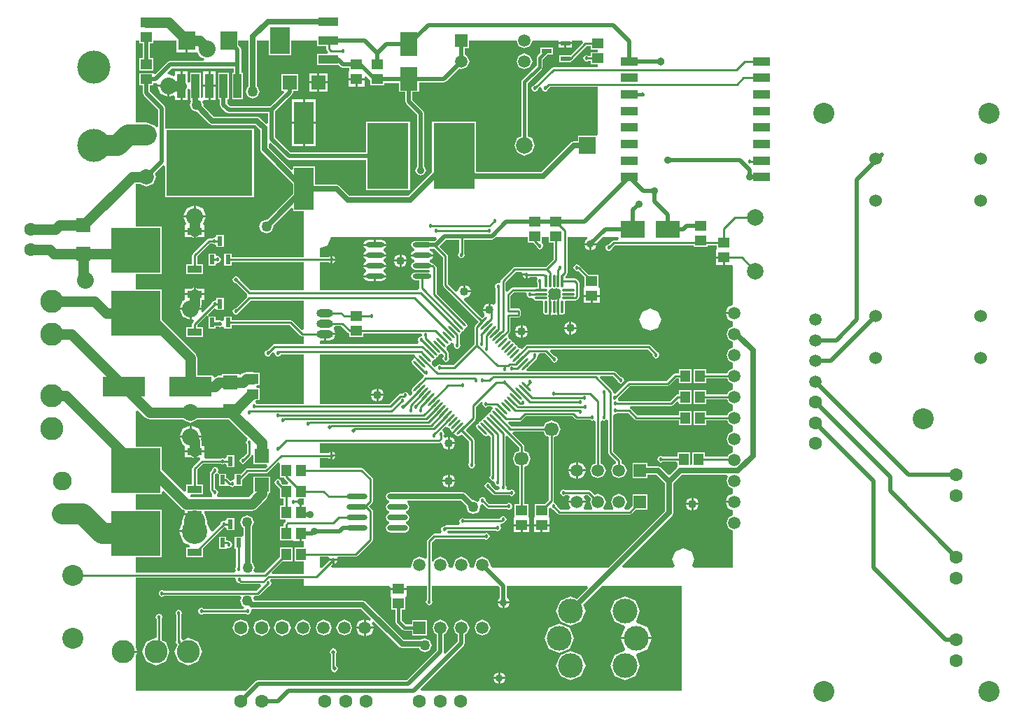
<source format=gtl>
%FSLAX25Y25*%
%MOIN*%
G70*
G01*
G75*
G04 Layer_Physical_Order=1*
G04 Layer_Color=255*
%ADD10R,0.07874X0.03937*%
%ADD11R,0.04724X0.05512*%
G04:AMPARAMS|DCode=12|XSize=9.84mil|YSize=61.02mil|CornerRadius=0mil|HoleSize=0mil|Usage=FLASHONLY|Rotation=225.000|XOffset=0mil|YOffset=0mil|HoleType=Round|Shape=Round|*
%AMOVALD12*
21,1,0.05118,0.00984,0.00000,0.00000,315.0*
1,1,0.00984,-0.01810,0.01810*
1,1,0.00984,0.01810,-0.01810*
%
%ADD12OVALD12*%

G04:AMPARAMS|DCode=13|XSize=9.84mil|YSize=61.02mil|CornerRadius=0mil|HoleSize=0mil|Usage=FLASHONLY|Rotation=135.000|XOffset=0mil|YOffset=0mil|HoleType=Round|Shape=Round|*
%AMOVALD13*
21,1,0.05118,0.00984,0.00000,0.00000,225.0*
1,1,0.00984,0.01810,0.01810*
1,1,0.00984,-0.01810,-0.01810*
%
%ADD13OVALD13*%

%ADD14R,0.09449X0.03937*%
%ADD15R,0.09449X0.12992*%
%ADD16R,0.07087X0.03543*%
%ADD17R,0.23228X0.21654*%
%ADD18R,0.06693X0.06693*%
%ADD19R,0.20276X0.09252*%
%ADD20R,0.07992X0.08976*%
G04:AMPARAMS|DCode=21|XSize=11.81mil|YSize=59.06mil|CornerRadius=2.95mil|HoleSize=0mil|Usage=FLASHONLY|Rotation=0.000|XOffset=0mil|YOffset=0mil|HoleType=Round|Shape=RoundedRectangle|*
%AMROUNDEDRECTD21*
21,1,0.01181,0.05315,0,0,0.0*
21,1,0.00591,0.05906,0,0,0.0*
1,1,0.00591,0.00295,-0.02658*
1,1,0.00591,-0.00295,-0.02658*
1,1,0.00591,-0.00295,0.02658*
1,1,0.00591,0.00295,0.02658*
%
%ADD21ROUNDEDRECTD21*%
G04:AMPARAMS|DCode=22|XSize=11.81mil|YSize=59.06mil|CornerRadius=2.95mil|HoleSize=0mil|Usage=FLASHONLY|Rotation=90.000|XOffset=0mil|YOffset=0mil|HoleType=Round|Shape=RoundedRectangle|*
%AMROUNDEDRECTD22*
21,1,0.01181,0.05315,0,0,90.0*
21,1,0.00591,0.05906,0,0,90.0*
1,1,0.00591,0.02658,0.00295*
1,1,0.00591,0.02658,-0.00295*
1,1,0.00591,-0.02658,-0.00295*
1,1,0.00591,-0.02658,0.00295*
%
%ADD22ROUNDEDRECTD22*%
%ADD23R,0.03937X0.11417*%
%ADD24R,0.40945X0.31496*%
%ADD25R,0.05512X0.04724*%
%ADD26O,0.09843X0.02756*%
%ADD27O,0.08858X0.02362*%
%ADD28R,0.02362X0.04528*%
%ADD29R,0.08465X0.11221*%
%ADD30R,0.04528X0.02362*%
%ADD31R,0.06693X0.06693*%
%ADD32R,0.09252X0.20276*%
%ADD33R,0.11221X0.08465*%
%ADD34R,0.19685X0.31496*%
%ADD35C,0.02000*%
%ADD36C,0.02500*%
%ADD37C,0.01000*%
%ADD38C,0.01500*%
%ADD39C,0.10000*%
%ADD40C,0.05000*%
%ADD41C,0.06299*%
%ADD42C,0.05906*%
%ADD43C,0.06000*%
%ADD44C,0.10000*%
%ADD45C,0.06693*%
%ADD46C,0.09000*%
%ADD47C,0.11000*%
%ADD48C,0.15748*%
%ADD49C,0.11811*%
%ADD50R,0.05906X0.05906*%
%ADD51C,0.07874*%
%ADD52R,0.05906X0.05906*%
%ADD53O,0.07874X0.03937*%
%ADD54O,0.07874X0.03937*%
%ADD55R,0.07874X0.07874*%
%ADD56R,0.07284X0.07284*%
%ADD57C,0.07284*%
%ADD58C,0.00100*%
%ADD59C,0.05000*%
%ADD60C,0.01800*%
%ADD61C,0.02000*%
%ADD62C,0.08000*%
%ADD63C,0.03800*%
%ADD64C,0.03500*%
%ADD65C,0.04000*%
%ADD66C,0.12000*%
G36*
X138495Y128197D02*
Y121644D01*
X140449D01*
X140615Y121245D01*
X142580Y119280D01*
X142197Y118356D01*
X139803D01*
X139185Y119108D01*
X139224Y119200D01*
X138748Y120348D01*
X137600Y120824D01*
X136452Y120348D01*
X135976Y119200D01*
X136452Y118052D01*
X136911Y117862D01*
X138495Y116278D01*
Y111644D01*
X140266D01*
Y108356D01*
X138495D01*
Y101644D01*
X141054D01*
X141102Y101567D01*
X141360Y100644D01*
X140615Y99899D01*
X140266Y99057D01*
Y98356D01*
X138495D01*
Y91644D01*
X144419D01*
X144419Y91644D01*
Y91644D01*
X144420Y91644D01*
X145181Y91244D01*
X145181Y91244D01*
X145254Y91244D01*
X148043D01*
Y95000D01*
X149043D01*
Y91244D01*
X150000D01*
Y88356D01*
X145581D01*
Y81644D01*
X150000D01*
Y75591D01*
X135038D01*
X134655Y76515D01*
X139785Y81644D01*
X144419D01*
Y88356D01*
X138495D01*
Y83722D01*
X130964Y76191D01*
X126610D01*
X125942Y77191D01*
X126584Y78740D01*
X125601Y81112D01*
X125231Y81266D01*
Y98136D01*
X126133Y100315D01*
X125151Y102688D01*
X122778Y103670D01*
X120405Y102688D01*
X119422Y100315D01*
X120405Y97942D01*
X121226Y97602D01*
Y94143D01*
X120521Y93435D01*
X116959D01*
Y87707D01*
X117550D01*
Y79105D01*
X117117Y78060D01*
X117477Y77191D01*
X117007Y76191D01*
X70000D01*
Y83573D01*
X82175D01*
Y106427D01*
X70000D01*
Y113573D01*
X82175D01*
Y114773D01*
X83099Y115156D01*
X91572Y106683D01*
X93370Y105938D01*
Y104476D01*
X97913D01*
Y103476D01*
X93019D01*
X91939Y100868D01*
Y99658D01*
X90630Y96500D01*
X98000D01*
Y95500D01*
X90630D01*
X92642Y90642D01*
X95653Y89395D01*
X95454Y88395D01*
X93770D01*
Y83652D01*
X102057D01*
Y88031D01*
X111874Y97848D01*
X112219Y97991D01*
X113219Y97335D01*
Y96565D01*
X116781D01*
Y102293D01*
X113219D01*
Y101524D01*
X112219Y100867D01*
X111771Y101053D01*
X110623Y100577D01*
X110190Y99532D01*
X106501Y95843D01*
X105479Y96236D01*
X104061Y99658D01*
Y100868D01*
X102457Y104743D01*
Y105700D01*
X125197D01*
X127569Y106683D01*
X132373Y111486D01*
X133355Y113858D01*
Y114203D01*
X133947D01*
Y122096D01*
X126054D01*
Y114657D01*
X123807Y112410D01*
X108807D01*
X108608Y113410D01*
X108628Y113419D01*
X109104Y114567D01*
X108628Y115715D01*
X107583Y116148D01*
X107490Y116241D01*
Y123129D01*
X107780Y123419D01*
X108616Y123765D01*
X109479Y123199D01*
Y117707D01*
X113041D01*
X113041Y117707D01*
X114015Y117644D01*
X114457Y117461D01*
X114703D01*
X115748Y117028D01*
X116896Y117504D01*
X116980Y117707D01*
X120521D01*
Y120668D01*
X123462Y123609D01*
X132000D01*
X132842Y123958D01*
X137675Y128791D01*
X138495Y128197D01*
D02*
G37*
G36*
X213162Y235297D02*
X212098Y234232D01*
X209942D01*
X209469Y234428D01*
X202972D01*
X201609Y233863D01*
X201045Y232500D01*
X201609Y231137D01*
X202524Y230758D01*
X202524Y229675D01*
X201303Y229169D01*
X200819Y228000D01*
X211622D01*
X211138Y229169D01*
X209916Y229675D01*
X209916Y230758D01*
X209942Y230768D01*
X212036D01*
X216132Y226672D01*
Y213439D01*
X216481Y212597D01*
X233258Y195820D01*
X231442Y194004D01*
X231093Y193163D01*
Y188189D01*
Y185210D01*
X221090Y175206D01*
X215612D01*
X214567Y175639D01*
X213419Y175164D01*
X213186Y174601D01*
X212019Y174353D01*
X210818Y175554D01*
X211001Y176472D01*
X211069Y176637D01*
X211557Y177517D01*
X211601Y177536D01*
X212393Y177864D01*
X212429Y177952D01*
X212871Y178769D01*
X212949Y178910D01*
X212993Y178928D01*
X213785Y179256D01*
X213821Y179344D01*
X214263Y180161D01*
X214341Y180301D01*
X215177Y180648D01*
X215490Y180710D01*
X216409Y179930D01*
Y179445D01*
X215976Y178400D01*
X216452Y177252D01*
X217600Y176776D01*
X218748Y177252D01*
X219224Y178400D01*
X218791Y179445D01*
Y181008D01*
X218544Y181603D01*
X218442Y181850D01*
X217778Y182514D01*
X217960Y183431D01*
X218029Y183597D01*
X218516Y184477D01*
X218561Y184496D01*
X219352Y184824D01*
X219389Y184912D01*
X219761Y185695D01*
X220068Y185866D01*
X221184Y185544D01*
X221195Y185534D01*
X221275Y185439D01*
X221465Y184966D01*
X221269Y184493D01*
X221744Y183344D01*
X222892Y182869D01*
X224041Y183344D01*
X224516Y184493D01*
X224083Y185538D01*
Y189121D01*
X224084Y189636D01*
X224244Y189786D01*
X224862Y190367D01*
X224862Y190367D01*
X224920Y190391D01*
X224957Y190479D01*
X225354Y191315D01*
X225476Y191437D01*
X226312Y191783D01*
X226658Y192619D01*
X226868Y192829D01*
X227704Y193175D01*
X228050Y194011D01*
X227704Y194847D01*
X225909Y196642D01*
X225901Y196662D01*
X213191Y209372D01*
Y221600D01*
X212842Y222442D01*
X211942Y223342D01*
X211100Y223691D01*
X210903D01*
X210832Y223863D01*
X209916Y224242D01*
X209916Y225325D01*
X211138Y225831D01*
X211622Y227000D01*
X200819D01*
X201303Y225831D01*
X202524Y225325D01*
X202524Y224242D01*
X201609Y223863D01*
X201045Y222500D01*
X201609Y221137D01*
X202972Y220572D01*
X209469D01*
X209911Y220012D01*
X209114Y219428D01*
X202972D01*
X201609Y218863D01*
X201045Y217500D01*
X201609Y216137D01*
X202972Y215572D01*
X205030D01*
Y211875D01*
X205065Y211791D01*
X204397Y210791D01*
X157480D01*
Y224380D01*
X161649D01*
X161746Y224146D01*
X162700Y223751D01*
Y225600D01*
Y227449D01*
X161746Y227054D01*
X161625Y226762D01*
X157480D01*
Y230884D01*
X161254Y232447D01*
X162817Y236221D01*
X212780D01*
X213162Y235297D01*
D02*
G37*
G36*
X74123Y150383D02*
X76496Y149400D01*
X92198D01*
X92267Y149235D01*
X95787Y147777D01*
X99308Y149235D01*
X99376Y149400D01*
X111054D01*
Y149203D01*
X114201D01*
X123080Y140325D01*
X122885Y139344D01*
X122868Y139337D01*
X122392Y138189D01*
X122825Y137144D01*
Y133214D01*
X120792Y131181D01*
X119746Y130748D01*
X119271Y129600D01*
X119746Y128452D01*
X120895Y127976D01*
X122043Y128452D01*
X122476Y129497D01*
X124858Y131879D01*
X125054Y132352D01*
X126054Y132153D01*
Y127904D01*
X132114D01*
X132496Y126980D01*
X131507Y125991D01*
X122969D01*
X122127Y125642D01*
X119920Y123435D01*
X116959D01*
Y120856D01*
X115959Y120188D01*
X115748Y120276D01*
X114878Y119915D01*
X113380Y121413D01*
X113041Y121553D01*
Y123435D01*
X109714D01*
X108981Y124229D01*
X109301Y125000D01*
X108825Y126148D01*
X107677Y126624D01*
X106529Y126148D01*
X106096Y125103D01*
X105457Y124464D01*
X105109Y123622D01*
Y115748D01*
X105457Y114906D01*
X105899Y114464D01*
X106332Y113419D01*
X106352Y113410D01*
X106154Y112410D01*
X95968D01*
X95802Y112652D01*
X96328Y113652D01*
X102057D01*
Y118395D01*
X99104D01*
Y125420D01*
X101922Y128238D01*
X110326D01*
X111371Y127805D01*
X112219Y128157D01*
X113219Y127735D01*
Y126565D01*
X116781D01*
Y132293D01*
X113219D01*
Y131124D01*
X112219Y130701D01*
X111371Y131053D01*
X110326Y130620D01*
X103214D01*
X102457Y131205D01*
X102457Y131620D01*
Y133476D01*
X98413D01*
Y130828D01*
X99304Y131197D01*
X100247Y131157D01*
X100491Y130520D01*
X100521Y130205D01*
X97071Y126755D01*
X96723Y125913D01*
Y118395D01*
X93770D01*
Y115282D01*
X92846Y114899D01*
X82175Y125570D01*
Y136427D01*
X70000D01*
Y153200D01*
X70924Y153583D01*
X74123Y150383D01*
D02*
G37*
G36*
X254018Y218900D02*
X256000D01*
Y218400D01*
X256500D01*
Y216551D01*
X257454Y216946D01*
X257563Y217209D01*
X260807D01*
Y217209D01*
X261194Y216209D01*
X260776Y215200D01*
X261209Y214155D01*
Y212327D01*
X260138D01*
X259960Y212254D01*
X249463D01*
X248621Y211905D01*
X246991Y210274D01*
X245991Y210689D01*
Y214707D01*
X250893Y219609D01*
X253544D01*
X254018Y218900D01*
D02*
G37*
G36*
X266644Y233494D02*
X268809D01*
Y225693D01*
X265107Y221991D01*
X250400D01*
X249558Y221642D01*
X243958Y216042D01*
X243609Y215200D01*
Y214753D01*
X242778Y214197D01*
X242519Y214305D01*
X241371Y213829D01*
X240895Y212681D01*
X241328Y211636D01*
Y204571D01*
X240328Y204048D01*
X238900Y204640D01*
Y201600D01*
X238400D01*
Y201100D01*
X235360D01*
X235990Y199579D01*
X235936Y198781D01*
X235798Y198348D01*
X234947Y197498D01*
X226217Y206229D01*
X226617Y207243D01*
X228696Y208104D01*
X229440Y209900D01*
X226400D01*
Y210400D01*
X225900D01*
Y213440D01*
X224104Y212696D01*
X223243Y210617D01*
X222229Y210217D01*
X218513Y213932D01*
Y227165D01*
X218165Y228007D01*
X214468Y231704D01*
X217732Y234968D01*
X224006D01*
Y228968D01*
X223852Y228904D01*
X223376Y227756D01*
X223852Y226608D01*
X225000Y226132D01*
X226148Y226608D01*
X226624Y227756D01*
X226388Y228326D01*
Y234968D01*
X239436D01*
X240660Y235475D01*
X241405Y236221D01*
X256644D01*
Y233494D01*
X259222D01*
X260819Y231897D01*
X261252Y230852D01*
X262400Y230376D01*
X263548Y230852D01*
X264024Y232000D01*
X263758Y232641D01*
X263548Y233148D01*
X263492Y233250D01*
X263356Y233494D01*
Y233494D01*
X263356Y233494D01*
X263356Y233494D01*
Y236221D01*
X266644D01*
Y233494D01*
D02*
G37*
G36*
X150000Y108756D02*
X149043D01*
Y105000D01*
X148043D01*
Y108756D01*
X147441D01*
X146944Y109500D01*
X145000D01*
Y110500D01*
X146849D01*
X146790Y110644D01*
X147458Y111644D01*
X150000D01*
Y108756D01*
D02*
G37*
G36*
X299875Y235760D02*
X299555Y234748D01*
X299136Y234734D01*
X297543D01*
X296701Y234385D01*
X295097Y232781D01*
X294052Y232348D01*
X293576Y231200D01*
X294052Y230052D01*
X295200Y229576D01*
X296348Y230052D01*
X296781Y231097D01*
X298037Y232353D01*
X335620D01*
Y231683D01*
X342332D01*
Y232353D01*
X346644D01*
Y230581D01*
X346644Y230581D01*
X346644D01*
X346644Y230580D01*
X346244Y229819D01*
X346244Y229819D01*
X346244Y229747D01*
Y226957D01*
X350000D01*
Y226457D01*
X350500D01*
Y223095D01*
X353756D01*
X354331Y222333D01*
Y204001D01*
X351975Y203025D01*
X350929Y200500D01*
X355000D01*
Y199500D01*
X350929D01*
X351975Y196975D01*
X354331Y195999D01*
Y193568D01*
X352281Y192719D01*
X351154Y190000D01*
X352281Y187281D01*
X354331Y186432D01*
Y183568D01*
X352281Y182719D01*
X351154Y180000D01*
X352281Y177281D01*
X354331Y176432D01*
Y173568D01*
X352281Y172719D01*
X351648Y171191D01*
X341506D01*
Y173356D01*
X335581D01*
Y166644D01*
X341506D01*
Y168809D01*
X351648D01*
X352281Y167281D01*
X354331Y166432D01*
Y163568D01*
X352281Y162719D01*
X351648Y161191D01*
X341506D01*
Y163356D01*
X335581D01*
Y156644D01*
X341506D01*
Y158809D01*
X351648D01*
X352281Y157281D01*
X354331Y156432D01*
Y153568D01*
X352281Y152719D01*
X351648Y151191D01*
X341506D01*
Y153356D01*
X335581D01*
Y146644D01*
X341506D01*
Y148809D01*
X351648D01*
X352281Y147281D01*
X354331Y146432D01*
Y143568D01*
X352281Y142719D01*
X351154Y140000D01*
X352281Y137281D01*
X354331Y136432D01*
Y133568D01*
X352281Y132719D01*
X351813Y131591D01*
X340905D01*
Y133756D01*
X334981D01*
Y128022D01*
X334330Y127643D01*
X333819Y128022D01*
Y133756D01*
X327894D01*
Y131591D01*
X321045D01*
X320000Y132024D01*
X318852Y131548D01*
X318376Y130400D01*
X318852Y129252D01*
X320000Y128776D01*
X321045Y129209D01*
X327187D01*
X327894Y128502D01*
Y127375D01*
X327894Y127146D01*
X327833Y126820D01*
X327646Y126147D01*
Y126147D01*
X324516Y123017D01*
X323516D01*
X320117Y126416D01*
X318701Y127002D01*
X313553D01*
Y128553D01*
X306447D01*
Y121447D01*
X313553D01*
Y122998D01*
X317871D01*
X322013Y118856D01*
Y105735D01*
X295018Y78740D01*
X239406D01*
X238738Y79740D01*
X238845Y80000D01*
X237719Y82719D01*
X235000Y83846D01*
X232281Y82719D01*
X231154Y80000D01*
X231332Y79572D01*
X230776Y78740D01*
X229224D01*
X228668Y79572D01*
X228846Y80000D01*
X227719Y82719D01*
X225000Y83846D01*
X222281Y82719D01*
X221154Y80000D01*
X221332Y79572D01*
X220776Y78740D01*
X219224D01*
X218668Y79572D01*
X218846Y80000D01*
X217719Y82719D01*
X215000Y83846D01*
X212281Y82719D01*
X211791Y81536D01*
X210791Y81735D01*
Y90707D01*
X212493Y92409D01*
X235755D01*
X236800Y91976D01*
X237948Y92452D01*
X238424Y93600D01*
X237948Y94748D01*
X236800Y95224D01*
X235755Y94791D01*
X218776D01*
X218305Y95754D01*
X218692Y96409D01*
X241355D01*
X242400Y95976D01*
X243548Y96452D01*
X244024Y97600D01*
X243605Y98609D01*
X243993Y99609D01*
Y99609D01*
X244000D01*
X244842Y99958D01*
X244903Y100019D01*
X245948Y100452D01*
X246424Y101600D01*
X245948Y102748D01*
X244800Y103224D01*
X243652Y102748D01*
X243338Y101991D01*
X226645D01*
X225600Y102424D01*
X224452Y101948D01*
X223976Y100800D01*
X224394Y99791D01*
X224007Y98791D01*
Y98791D01*
X217600D01*
X216758Y98442D01*
X216697Y98381D01*
X215652Y97948D01*
X215176Y96800D01*
X215595Y95791D01*
X215207Y94791D01*
Y94791D01*
X212000D01*
X211158Y94442D01*
X208758Y92042D01*
X208409Y91200D01*
Y83336D01*
X207409Y82847D01*
X205000Y83846D01*
X202281Y82719D01*
X201154Y80000D01*
X201332Y79572D01*
X200776Y78740D01*
X163330D01*
X162948Y79664D01*
X163500Y80216D01*
Y81900D01*
X161816D01*
X158656Y78740D01*
X157480D01*
Y83809D01*
X161627D01*
X162183Y82978D01*
X162151Y82900D01*
X165849D01*
X165817Y82978D01*
X166373Y83809D01*
X174600D01*
X175442Y84158D01*
X182442Y91158D01*
X182791Y92000D01*
Y105600D01*
X182442Y106442D01*
X180884Y108000D01*
X182442Y109558D01*
X182791Y110400D01*
Y120800D01*
X182442Y121642D01*
X178242Y125842D01*
X177400Y126191D01*
X157480D01*
Y130809D01*
X161637D01*
X161746Y130546D01*
X162700Y130151D01*
Y132000D01*
Y133849D01*
X161746Y133454D01*
X161637Y133191D01*
X157480D01*
Y138009D01*
X214400D01*
X214829Y138187D01*
X215830Y137715D01*
X215905Y137633D01*
X216704Y135704D01*
X218500Y134960D01*
Y138000D01*
Y141040D01*
X217391Y140581D01*
X216391Y141249D01*
Y141355D01*
X216824Y142400D01*
X216348Y143548D01*
X216209Y143606D01*
X216014Y144587D01*
X217320Y145892D01*
X218237Y145710D01*
X219073Y145364D01*
X219561Y144483D01*
X219629Y144318D01*
X220349Y144020D01*
X220242Y143762D01*
X220508Y143120D01*
X223313Y145925D01*
X224020Y145218D01*
X221215Y142413D01*
X221857Y142147D01*
X222413Y141534D01*
X222413Y141534D01*
X223143Y141232D01*
X223249Y141188D01*
X223249D01*
X223331Y141222D01*
X223337Y141224D01*
Y141224D01*
X223337Y141224D01*
X224085Y141534D01*
X224172Y141622D01*
X224553Y142002D01*
X225553Y142002D01*
X228731Y138824D01*
Y128604D01*
X228298Y127559D01*
X228773Y126411D01*
X229921Y125935D01*
X231069Y126411D01*
X231545Y127559D01*
X231112Y128604D01*
Y139317D01*
X230763Y140159D01*
X227242Y143679D01*
X227242Y144679D01*
X231551Y148988D01*
X231899Y149829D01*
Y155412D01*
X234423Y157936D01*
X235271Y157370D01*
X234991Y156693D01*
X235466Y155545D01*
X236614Y155069D01*
X237659Y155502D01*
X239161D01*
X239825Y154554D01*
X239609Y153931D01*
X239256Y153785D01*
X239219Y153697D01*
X238777Y152880D01*
X238700Y152739D01*
X238655Y152720D01*
X237864Y152393D01*
X237827Y152305D01*
X237386Y151488D01*
X237308Y151347D01*
X236472Y151001D01*
X236126Y150165D01*
X235245Y149677D01*
X235168Y149645D01*
X235080Y149609D01*
X235011Y149443D01*
X234599Y148698D01*
X234450Y148616D01*
X233853Y148285D01*
X233853Y148285D01*
X233688Y148217D01*
X233651Y148129D01*
X233210Y147312D01*
X233132Y147171D01*
X233087Y147153D01*
X232384Y146861D01*
D01*
X232296Y146825D01*
X231950Y145989D01*
Y145989D01*
X231981Y145914D01*
X231986Y145901D01*
X232142Y145525D01*
X232296Y145153D01*
X232384Y145066D01*
X235915Y141534D01*
X236751Y141188D01*
X237587Y141534D01*
X237885Y141593D01*
X238809Y140809D01*
Y122645D01*
X238376Y121600D01*
X238852Y120452D01*
X240000Y119976D01*
X240019Y119984D01*
X240784Y119219D01*
X240776Y119200D01*
X241252Y118052D01*
X242400Y117576D01*
X242419Y117584D01*
X243184Y116819D01*
X243176Y116800D01*
X243263Y116591D01*
X242595Y115591D01*
X241293D01*
X239181Y117703D01*
X238748Y118748D01*
X237600Y119224D01*
X236452Y118748D01*
X235976Y117600D01*
X236452Y116452D01*
X237497Y116019D01*
X239958Y113558D01*
X240800Y113209D01*
X247755D01*
X248800Y112776D01*
X249948Y113252D01*
X250424Y114400D01*
X249948Y115548D01*
X248800Y116024D01*
X247755Y115591D01*
X247005D01*
X246337Y116591D01*
X246424Y116800D01*
X245991Y117845D01*
Y141275D01*
X246915Y141658D01*
X252538Y136034D01*
Y134307D01*
X250708Y133549D01*
X249457Y130529D01*
X250708Y127508D01*
X252409Y126804D01*
Y108905D01*
X250244D01*
Y103219D01*
X250244Y103053D01*
X249844Y102219D01*
Y102215D01*
X249844Y102147D01*
Y99357D01*
X257356D01*
Y102147D01*
X257356Y102215D01*
Y102219D01*
X256956Y103053D01*
X256956Y103219D01*
Y108905D01*
X254791D01*
Y126697D01*
X256749Y127508D01*
X258000Y130529D01*
X256749Y133549D01*
X254920Y134307D01*
Y136528D01*
X254673Y137123D01*
X254571Y137369D01*
X249384Y142557D01*
X249766Y143480D01*
X264093D01*
X264851Y141651D01*
X266680Y140893D01*
Y111108D01*
X264478Y108905D01*
X259844D01*
Y103219D01*
X259844Y103053D01*
X259444Y102219D01*
Y102215D01*
X259444Y102147D01*
Y99357D01*
X266956D01*
Y102147D01*
X266956Y102215D01*
Y102219D01*
X266556Y103053D01*
X266556Y103219D01*
Y106995D01*
X267556Y107194D01*
X267750Y106726D01*
X268795Y106293D01*
X270812Y104276D01*
X271654Y103928D01*
X305118D01*
X305960Y104276D01*
X308131Y106447D01*
X313553D01*
Y113553D01*
X306447D01*
Y108131D01*
X304625Y106309D01*
X302912D01*
X302719Y107281D01*
X303846Y110000D01*
X302719Y112719D01*
X300000Y113846D01*
X297281Y112719D01*
X296154Y110000D01*
X297281Y107281D01*
X297088Y106309D01*
X292913D01*
X292719Y107281D01*
X293846Y110000D01*
X292719Y112719D01*
X290000Y113846D01*
X288472Y113212D01*
X286442Y115242D01*
X285600Y115591D01*
X274645D01*
X273600Y116024D01*
X272452Y115548D01*
X271976Y114400D01*
X272452Y113252D01*
X273600Y112776D01*
X274645Y113209D01*
X275969D01*
X276637Y112209D01*
X275929Y110500D01*
X284071D01*
X283363Y112209D01*
X284032Y113209D01*
X285107D01*
X286788Y111529D01*
X286155Y110000D01*
X287281Y107281D01*
X287087Y106309D01*
X283666D01*
X283164Y107309D01*
X284071Y109500D01*
X275929D01*
X276836Y107309D01*
X276334Y106309D01*
X272147D01*
X270479Y107977D01*
X270046Y109022D01*
X269496Y109250D01*
X268911Y109641D01*
X268982Y110422D01*
X269062Y110614D01*
Y140893D01*
X270892Y141651D01*
X272143Y144671D01*
X270892Y147692D01*
X267871Y148943D01*
X264851Y147692D01*
X264093Y145862D01*
X248862D01*
X247239Y147485D01*
X247621Y148409D01*
X252800D01*
X253642Y148758D01*
X255693Y150809D01*
X277907D01*
X279158Y149558D01*
X280000Y149209D01*
X286155D01*
X287200Y148776D01*
X287809Y149029D01*
X288809Y148407D01*
Y128352D01*
X287281Y127719D01*
X286155Y125000D01*
X287281Y122281D01*
X290000Y121154D01*
X292719Y122281D01*
X293846Y125000D01*
X292719Y127719D01*
X291191Y128352D01*
Y148407D01*
X292191Y149029D01*
X292800Y148776D01*
X293809Y149195D01*
X294809Y148807D01*
X294809D01*
Y133600D01*
X295158Y132758D01*
X298640Y129276D01*
X298513Y128230D01*
X297281Y127719D01*
X296154Y125000D01*
X297281Y122281D01*
X300000Y121154D01*
X302719Y122281D01*
X303846Y125000D01*
X302719Y127719D01*
X301191Y128352D01*
Y129600D01*
X300944Y130195D01*
X300842Y130442D01*
X297191Y134093D01*
Y151395D01*
X298191Y152063D01*
X298400Y151976D01*
X299445Y152409D01*
X304307D01*
X307558Y149158D01*
X308400Y148809D01*
X328495D01*
Y146644D01*
X334419D01*
Y153356D01*
X328495D01*
Y151191D01*
X308893D01*
X305642Y154442D01*
X305238Y154609D01*
X305436Y155609D01*
X324800D01*
X325642Y155958D01*
X327495Y157811D01*
X328495Y157396D01*
Y156644D01*
X334419D01*
Y163356D01*
X328495D01*
Y161191D01*
X328000D01*
X327158Y160842D01*
X324307Y157991D01*
X299993D01*
X299418Y158859D01*
X299411Y159087D01*
X299581Y159497D01*
X305293Y165209D01*
X323200D01*
X324042Y165558D01*
X327293Y168809D01*
X328495D01*
Y166644D01*
X334419D01*
Y173356D01*
X328495D01*
Y171191D01*
X326800D01*
X326205Y170944D01*
X325958Y170842D01*
X322707Y167591D01*
X304800D01*
X303958Y167242D01*
X298191Y161474D01*
X297191Y161889D01*
Y162400D01*
X296842Y163242D01*
X290998Y169086D01*
X291381Y170009D01*
X297107D01*
X299219Y167897D01*
X299652Y166852D01*
X300800Y166376D01*
X301948Y166852D01*
X302424Y168000D01*
X301948Y169148D01*
X300903Y169581D01*
X298442Y172042D01*
X297600Y172391D01*
X256248D01*
X255865Y173314D01*
X256642Y174091D01*
X256662Y174100D01*
X260842Y178279D01*
X261065Y178818D01*
X261148Y178852D01*
X261624Y180000D01*
X262164Y180809D01*
X264751D01*
X267710Y177850D01*
X268143Y176805D01*
X269291Y176329D01*
X270439Y176805D01*
X270915Y177953D01*
X270439Y179101D01*
X269394Y179534D01*
X267184Y181744D01*
X267567Y182668D01*
X313660D01*
X316079Y180248D01*
X315976Y180000D01*
X316452Y178852D01*
X317600Y178376D01*
X318748Y178852D01*
X319224Y180000D01*
X318748Y181148D01*
X318404Y181290D01*
X314995Y184700D01*
X314153Y185049D01*
X256386D01*
X255544Y184700D01*
X253816Y182972D01*
X252898Y183155D01*
X252733Y183223D01*
X251852Y183711D01*
X251506Y184546D01*
X251341Y184615D01*
X250596Y185028D01*
X250513Y185177D01*
X250183Y185773D01*
X250183Y185773D01*
X250114Y185939D01*
X250026Y185975D01*
X249209Y186417D01*
X249069Y186495D01*
X249050Y186539D01*
X248722Y187330D01*
X248634Y187367D01*
X247799Y187764D01*
X247677Y187887D01*
X247330Y188722D01*
X247148Y189640D01*
X248042Y190534D01*
X248391Y191376D01*
Y196000D01*
Y197000D01*
Y197809D01*
X252200D01*
X253042Y198158D01*
X253391Y199000D01*
Y201000D01*
X253042Y201842D01*
X252200Y202191D01*
X248391D01*
Y203000D01*
Y204000D01*
Y208307D01*
X249956Y209872D01*
X255521D01*
X256076Y209041D01*
X255976Y208800D01*
X256452Y207652D01*
X257600Y207176D01*
X258169Y207412D01*
X259163Y206834D01*
X259188Y206785D01*
X259453Y206146D01*
X260138Y205862D01*
X263620D01*
X263893Y205453D01*
Y200138D01*
X264078Y199691D01*
X264177Y199453D01*
X264862Y199169D01*
Y199169D01*
X264862Y199169D01*
X264862Y199169D01*
Y199169D01*
X265839Y199146D01*
X265839Y199146D01*
X265839Y199146D01*
X266626Y198821D01*
Y202795D01*
Y207138D01*
X266422Y207421D01*
X266138Y208106D01*
X266138Y208114D01*
X266284Y208466D01*
X266422Y208799D01*
Y209078D01*
Y209390D01*
Y209390D01*
D01*
X266283Y210079D01*
X266422Y210768D01*
D01*
X266800Y211389D01*
X267421Y211767D01*
D01*
X268110Y211906D01*
X268799Y211767D01*
X268799Y211767D01*
X269086D01*
X269390D01*
X269390D01*
X270079Y211906D01*
X270768Y211767D01*
X270768D01*
X271658Y211467D01*
X272161Y210768D01*
D01*
X272300Y210079D01*
X272161Y209390D01*
Y209390D01*
Y209095D01*
Y208799D01*
Y208799D01*
X272347Y207875D01*
X272161Y207421D01*
X271563Y206999D01*
Y202795D01*
Y198821D01*
X272350Y199146D01*
X272350Y199146D01*
Y199146D01*
X273327Y199169D01*
Y199169D01*
X273327Y199169D01*
X273327Y199169D01*
Y199169D01*
X274012Y199453D01*
X274111Y199691D01*
X274296Y200138D01*
Y205453D01*
X274569Y205862D01*
X278445D01*
X278623Y205935D01*
X279126D01*
X279968Y206284D01*
X280842Y207158D01*
X281191Y208000D01*
Y214400D01*
X280944Y214995D01*
X280842Y215242D01*
X279848Y216236D01*
X279006Y216584D01*
X274712D01*
X274468Y217584D01*
X275185Y218301D01*
X275534Y219143D01*
Y236221D01*
X284858D01*
X285057Y235221D01*
X284295Y234905D01*
X283630Y233300D01*
X289349D01*
X292270Y236221D01*
X299415D01*
X299875Y235760D01*
D02*
G37*
G36*
X351900Y121801D02*
X351154Y120000D01*
X352281Y117281D01*
X354331Y116432D01*
Y114001D01*
X351975Y113025D01*
X350929Y110500D01*
X355000D01*
Y109500D01*
X350929D01*
X351975Y106975D01*
X354331Y105999D01*
Y103568D01*
X352281Y102719D01*
X351154Y100000D01*
X352281Y97281D01*
X354331Y96432D01*
Y78740D01*
X335497D01*
X334829Y79740D01*
X336046Y82677D01*
X334483Y86451D01*
X330709Y88014D01*
X326935Y86451D01*
X325372Y82677D01*
X326588Y79740D01*
X325920Y78740D01*
X301989D01*
X301606Y79664D01*
X325432Y103490D01*
X326018Y104906D01*
Y118856D01*
X329963Y122801D01*
X351232D01*
X351900Y121801D01*
D02*
G37*
G36*
X117650Y72978D02*
X117576Y72800D01*
X118052Y71652D01*
X119097Y71219D01*
X119158Y71158D01*
X120000Y70809D01*
X129311D01*
X129726Y69809D01*
X127507Y67591D01*
X83445D01*
X82400Y68024D01*
X81252Y67548D01*
X80776Y66400D01*
X81252Y65252D01*
X82400Y64776D01*
X83445Y65209D01*
X119623D01*
X120291Y64209D01*
X119708Y62800D01*
X120691Y60427D01*
X121566Y60065D01*
X121367Y59065D01*
X102226D01*
X101181Y59498D01*
X100033Y59022D01*
X99558Y57874D01*
X100033Y56726D01*
X101181Y56250D01*
X102226Y56683D01*
X122183D01*
X123228Y56250D01*
X124376Y56726D01*
X124852Y57874D01*
X124746Y58129D01*
X124955Y58481D01*
X125469Y58998D01*
X177171D01*
X182046Y54122D01*
X181480Y53274D01*
X179555Y54071D01*
Y50500D01*
X183126D01*
X182329Y52425D01*
X183177Y52991D01*
X195458Y40710D01*
X196874Y40124D01*
X204791D01*
X205108Y39360D01*
X207480Y38377D01*
X209853Y39360D01*
X210836Y41732D01*
X209853Y44105D01*
X207480Y45088D01*
X205164Y44128D01*
X197704D01*
X179416Y62416D01*
X178000Y63002D01*
X126335D01*
X125835Y64209D01*
X126503Y65209D01*
X128000D01*
X128842Y65558D01*
X132903Y69619D01*
X133948Y70052D01*
X134424Y71200D01*
X134005Y72209D01*
X134393Y73209D01*
Y73209D01*
X150000D01*
Y70000D01*
X190537D01*
X191244Y69293D01*
Y69043D01*
X198756D01*
Y70000D01*
X208409D01*
Y63445D01*
X207976Y62400D01*
X208452Y61252D01*
X209600Y60776D01*
X210748Y61252D01*
X211224Y62400D01*
X210791Y63445D01*
Y70000D01*
X242551D01*
X243268Y69283D01*
Y64259D01*
X242895Y64105D01*
X242231Y62500D01*
X247769D01*
X247105Y64105D01*
X246732Y64259D01*
Y70000D01*
X284971D01*
X285354Y69076D01*
X280032Y63754D01*
X277055Y64987D01*
X272076Y62924D01*
X270013Y57945D01*
X272076Y52966D01*
X277055Y50904D01*
X282034Y52966D01*
X284096Y57945D01*
X282863Y60922D01*
X291942Y70000D01*
X330000D01*
Y20000D01*
X206039D01*
X205657Y20924D01*
X226225Y41492D01*
X226732Y42717D01*
Y46872D01*
X227719Y47281D01*
X228846Y50000D01*
X227719Y52719D01*
X225000Y53846D01*
X222281Y52719D01*
X221154Y50000D01*
X222281Y47281D01*
X223268Y46872D01*
Y43434D01*
X217360Y37526D01*
X216512Y38092D01*
X216732Y38622D01*
Y46872D01*
X217719Y47281D01*
X218846Y50000D01*
X217719Y52719D01*
X215000Y53846D01*
X212281Y52719D01*
X211155Y50000D01*
X212281Y47281D01*
X213268Y46872D01*
Y39339D01*
X198889Y24960D01*
X128228D01*
X127004Y24453D01*
X122551Y20000D01*
X70000D01*
Y36481D01*
X70647Y38043D01*
X63819D01*
Y39043D01*
X70647D01*
X70000Y40606D01*
Y73809D01*
X117095D01*
X117650Y72978D01*
D02*
G37*
G36*
X89098Y324433D02*
X93594D01*
Y329921D01*
X94595D01*
Y324433D01*
X99090D01*
X99090Y324433D01*
Y324433D01*
X99582Y323600D01*
X100173Y322173D01*
X102436Y321236D01*
X102237Y320236D01*
X86221D01*
X84996Y319728D01*
X79356Y314089D01*
X78356Y314419D01*
Y314419D01*
X71644D01*
Y308494D01*
X73268D01*
Y304921D01*
X73775Y303697D01*
X80552Y296920D01*
Y288794D01*
X79571Y288598D01*
X79286Y289286D01*
X75000Y291061D01*
X70000D01*
Y330000D01*
X71644D01*
Y328495D01*
X73268D01*
Y321505D01*
X71644D01*
Y315581D01*
X78356D01*
Y321505D01*
X76732D01*
Y328495D01*
X78356D01*
Y330000D01*
X89098D01*
Y324433D01*
D02*
G37*
G36*
X202850Y179762D02*
X205925Y176687D01*
X205218Y175980D01*
X202413Y178785D01*
X202147Y178143D01*
X202254Y177885D01*
X201534Y177587D01*
X201188Y176751D01*
X201534Y175915D01*
X203329Y174120D01*
X203338Y174100D01*
X206625Y170812D01*
X206958Y170674D01*
X206998Y170573D01*
X207072Y170292D01*
X207073Y170248D01*
X206936Y169499D01*
X203338Y165901D01*
X203329Y165880D01*
X201534Y164085D01*
X201188Y163249D01*
X201534Y162413D01*
X201717Y161496D01*
X200947Y160726D01*
X199901Y161095D01*
X199548Y161948D01*
X198400Y162424D01*
X197252Y161948D01*
X197104Y161591D01*
X195972D01*
X195376Y161344D01*
X195130Y161242D01*
X190590Y156702D01*
X157480D01*
Y180409D01*
X202722D01*
X202850Y179762D01*
D02*
G37*
G36*
X282828Y329000D02*
X276869Y323041D01*
X271565D01*
Y319479D01*
X277293D01*
Y320285D01*
X277613Y320418D01*
X284548Y327353D01*
X286644D01*
Y325581D01*
X290000D01*
Y324419D01*
X286644D01*
Y322647D01*
X285702D01*
X284657Y323080D01*
X283509Y322605D01*
X283033Y321457D01*
X283509Y320309D01*
X284657Y319833D01*
X285702Y320266D01*
X286644D01*
Y318495D01*
X290000D01*
Y317191D01*
X268800D01*
X267958Y316842D01*
X259897Y308781D01*
X258852Y308348D01*
X258376Y307200D01*
X258852Y306052D01*
X260000Y305576D01*
X261148Y306052D01*
X261581Y307097D01*
X262384Y307900D01*
X263232Y307334D01*
X263176Y307200D01*
X263652Y306052D01*
X264800Y305576D01*
X265948Y306052D01*
X266381Y307097D01*
X267151Y307867D01*
X290000D01*
Y285329D01*
X289498Y284537D01*
X280424D01*
Y282002D01*
X278425D01*
X277009Y281416D01*
X262950Y267357D01*
X231971D01*
X231939Y267389D01*
Y291348D01*
X211053D01*
Y267389D01*
X199604Y255939D01*
X171696D01*
X166967Y260668D01*
X165551Y261254D01*
X155226D01*
Y269990D01*
X144774D01*
Y268616D01*
X143850Y268234D01*
X133105Y278979D01*
Y280748D01*
X134105Y281163D01*
X141689Y273579D01*
X142913Y273071D01*
X179558D01*
Y258652D01*
X200443D01*
Y291348D01*
X179558D01*
Y276535D01*
X143631D01*
X136378Y283788D01*
Y296133D01*
X144374Y304130D01*
X144881Y305354D01*
Y306053D01*
X147096D01*
Y313947D01*
X139203D01*
Y306053D01*
X140093D01*
X140476Y305130D01*
X133928Y298582D01*
X114891D01*
X113425Y300048D01*
Y302116D01*
X114261D01*
Y314734D01*
X109124D01*
Y302116D01*
X109961D01*
Y299331D01*
X110468Y298106D01*
X112949Y295626D01*
X114173Y295119D01*
X132914D01*
Y290624D01*
X131914Y290209D01*
X128975Y293148D01*
X127559Y293735D01*
X107129D01*
X102021Y298842D01*
X102174Y299213D01*
X101537Y300752D01*
X101452Y300957D01*
X101526Y301030D01*
X101543Y301047D01*
X101563Y301066D01*
X101860Y301361D01*
X102076Y301575D01*
X102134Y301631D01*
X102146Y301644D01*
X102195Y301692D01*
X102220Y301716D01*
X102223D01*
X102485Y301716D01*
X102893Y301716D01*
X102959D01*
X102959D01*
X104500D01*
Y307925D01*
X102032D01*
Y303035D01*
X101208Y302549D01*
X101031Y302530D01*
X100876Y302645D01*
Y314734D01*
X95739D01*
Y310264D01*
X94739Y309827D01*
X94583Y309971D01*
Y315134D01*
X92114D01*
Y308425D01*
Y301716D01*
X94583D01*
Y306879D01*
X94739Y307023D01*
X95739Y306587D01*
Y302116D01*
X95871D01*
X96252Y301116D01*
X95464Y299213D01*
X96446Y296840D01*
X98819Y295857D01*
X99189Y296010D01*
X104883Y290316D01*
X106299Y289730D01*
X126730D01*
X129100Y287359D01*
Y278150D01*
X129686Y276734D01*
X144774Y261646D01*
Y256858D01*
X132457Y244541D01*
X132087Y244694D01*
X129714Y243711D01*
X128731Y241339D01*
X129714Y238966D01*
X132087Y237983D01*
X134459Y238966D01*
X135442Y241339D01*
X135289Y241709D01*
X143850Y250270D01*
X144774Y249888D01*
Y248514D01*
X150000D01*
Y226762D01*
X115521D01*
Y228435D01*
X111959D01*
Y222707D01*
X115521D01*
Y224380D01*
X150000D01*
Y210791D01*
X124493D01*
X119434Y215849D01*
X119448Y215883D01*
X118941Y217108D01*
X117717Y217615D01*
X116492Y217108D01*
X115985Y215883D01*
X116492Y214659D01*
X117717Y214152D01*
X117751Y214166D01*
X122899Y209017D01*
X123063Y208400D01*
X122899Y207783D01*
X117485Y202368D01*
X116439Y201935D01*
X115964Y200787D01*
X116439Y199639D01*
X117587Y199164D01*
X118735Y199639D01*
X119168Y200685D01*
X124493Y206009D01*
X150000D01*
Y192298D01*
X149000Y191884D01*
X144471Y196413D01*
X143629Y196762D01*
X115521D01*
Y198435D01*
X111959D01*
Y196644D01*
X110959Y196226D01*
X110000Y196624D01*
X109608Y196461D01*
X108041D01*
Y198435D01*
X105458D01*
X105458D01*
X105398Y198435D01*
X104849Y198435D01*
X104674D01*
X104632Y198498D01*
X104632Y198498D01*
X104568Y198592D01*
X104522Y198661D01*
X104459Y198755D01*
X104106Y199280D01*
X107219Y202393D01*
X108219Y201979D01*
Y201565D01*
X111781D01*
Y207293D01*
X108219D01*
Y206486D01*
X107571Y206053D01*
X106423Y205577D01*
X105990Y204532D01*
X101778Y200320D01*
X100946Y200875D01*
X101205Y201500D01*
X96500D01*
Y196795D01*
X97125Y197054D01*
X97680Y196222D01*
X97071Y195614D01*
X96723Y194772D01*
Y193395D01*
X93770D01*
Y188652D01*
X102057D01*
Y193395D01*
X99386D01*
X99221Y194395D01*
X103633Y198808D01*
X104158Y198455D01*
X104253Y198391D01*
X104321Y198345D01*
X104416Y198281D01*
X104416Y198281D01*
X104479Y198239D01*
Y198065D01*
X104479Y197516D01*
Y197456D01*
Y197456D01*
Y192707D01*
X108041D01*
Y193539D01*
X109608D01*
X110000Y193376D01*
X110959Y193774D01*
X111959Y193356D01*
Y192707D01*
X115521D01*
Y194380D01*
X143136D01*
X148358Y189158D01*
X149200Y188809D01*
X150000D01*
Y185191D01*
X136000D01*
X135158Y184842D01*
X132697Y182381D01*
X131652Y181948D01*
X131176Y180800D01*
X131652Y179652D01*
X132800Y179176D01*
X133948Y179652D01*
X134381Y180697D01*
X135184Y181500D01*
X136032Y180934D01*
X135976Y180800D01*
X136452Y179652D01*
X137600Y179176D01*
X138748Y179652D01*
X139062Y180409D01*
X150000D01*
Y156702D01*
X127423D01*
X127157Y156813D01*
X126864Y157898D01*
X127309Y158455D01*
X128946D01*
Y164380D01*
X127668D01*
X127261Y165380D01*
X127427Y165542D01*
X128946D01*
Y171466D01*
X126540D01*
X125591Y171859D01*
X122441D01*
X120068Y170877D01*
X119947Y170755D01*
X118946Y170797D01*
Y170797D01*
X111054D01*
Y170206D01*
X109370D01*
X107486Y169425D01*
X106486Y170018D01*
Y170226D01*
X99103D01*
Y178661D01*
X98121Y181034D01*
X82175Y196980D01*
Y211427D01*
X70000D01*
Y218573D01*
X82175D01*
Y241427D01*
X70000D01*
Y261645D01*
X72017D01*
X75000Y260409D01*
X78246Y261754D01*
X79591Y265000D01*
X78964Y266515D01*
X82928Y270478D01*
X83928Y270064D01*
Y255266D01*
X126072D01*
Y287962D01*
X84015D01*
Y297638D01*
X83508Y298862D01*
X76732Y305639D01*
Y308494D01*
X78356D01*
Y309725D01*
X79173D01*
X79531Y309873D01*
X80296Y309107D01*
X80220Y308925D01*
X85425D01*
Y308425D01*
X85925D01*
Y303220D01*
X87814Y304003D01*
X88646Y303447D01*
Y301716D01*
X91114D01*
Y308425D01*
Y315134D01*
X88646D01*
Y313403D01*
X87814Y312848D01*
X85425Y313837D01*
X85365Y313812D01*
X84809Y314644D01*
X86938Y316772D01*
X116654D01*
Y314734D01*
X115817D01*
Y302116D01*
X120954D01*
Y314734D01*
X120118D01*
Y318504D01*
Y325630D01*
X119610Y326854D01*
X118691Y327774D01*
Y330000D01*
X123588D01*
Y308038D01*
X123218Y307885D01*
X122235Y305512D01*
X123218Y303139D01*
X125591Y302156D01*
X127963Y303139D01*
X128946Y305512D01*
X127963Y307885D01*
X127593Y308038D01*
Y330000D01*
X133258D01*
Y322904D01*
X143907D01*
Y330000D01*
X156093D01*
Y327432D01*
X160620D01*
Y325984D01*
X160969Y325142D01*
X161598Y324513D01*
X161184Y323513D01*
X156093D01*
Y318376D01*
X166374D01*
X167432Y317319D01*
X168657Y316811D01*
X171644D01*
Y315653D01*
X171244Y314819D01*
X171244Y314819D01*
X171244Y314819D01*
X171244D01*
Y311957D01*
X178756D01*
Y312688D01*
X179680Y313071D01*
X181644Y311107D01*
Y308494D01*
X188356D01*
Y309725D01*
X195168D01*
Y305522D01*
X198268D01*
Y300800D01*
X198775Y299575D01*
X203868Y294483D01*
Y269826D01*
X203801Y269799D01*
X203056Y268000D01*
X203801Y266201D01*
X205600Y265456D01*
X207399Y266201D01*
X208144Y268000D01*
X207399Y269799D01*
X207332Y269826D01*
Y295200D01*
X206825Y296425D01*
X201732Y301517D01*
Y305522D01*
X204832D01*
Y310000D01*
X216732D01*
X217957Y310508D01*
X224013Y316564D01*
X225000Y316155D01*
X227719Y317281D01*
X228846Y320000D01*
X227719Y322719D01*
X226732Y323128D01*
Y326447D01*
X228553D01*
Y330000D01*
X251154D01*
X252281Y327281D01*
X255000Y326154D01*
X257719Y327281D01*
X258845Y330000D01*
X271165D01*
Y329240D01*
X277693D01*
Y330000D01*
X282414D01*
X282828Y329000D01*
D02*
G37*
G36*
X170901Y190615D02*
X171644Y190307D01*
Y188495D01*
X178356D01*
Y190409D01*
X205836D01*
X206368Y189613D01*
X206072Y189159D01*
X205840Y188824D01*
X204692Y188348D01*
X204217Y187200D01*
X204635Y186191D01*
X204247Y185191D01*
Y185191D01*
X157480D01*
Y186419D01*
X158031Y186787D01*
X159500D01*
Y190000D01*
X160000D01*
Y190500D01*
X164974D01*
X164241Y192272D01*
X164166Y192846D01*
X164932Y193809D01*
X167707D01*
X170901Y190615D01*
D02*
G37*
%LPC*%
G36*
X219500Y123040D02*
Y120500D01*
X222040D01*
X221296Y122296D01*
X219500Y123040D01*
D02*
G37*
G36*
X279500Y124500D02*
X275929D01*
X276975Y121975D01*
X279500Y120929D01*
Y124500D01*
D02*
G37*
G36*
X185500Y164040D02*
Y161500D01*
X188040D01*
X187296Y163296D01*
X185500Y164040D01*
D02*
G37*
G36*
X218500Y123040D02*
X216704Y122296D01*
X215960Y120500D01*
X218500D01*
Y123040D01*
D02*
G37*
G36*
X334500Y112040D02*
X332704Y111296D01*
X331960Y109500D01*
X334500D01*
Y112040D01*
D02*
G37*
G36*
X198189Y114641D02*
X191102D01*
X189588Y114014D01*
X188961Y112500D01*
X189588Y110986D01*
X190663Y110541D01*
Y109459D01*
X189588Y109014D01*
X188961Y107500D01*
X189588Y105986D01*
X190663Y105541D01*
Y104459D01*
X189588Y104014D01*
X188961Y102500D01*
X189588Y100986D01*
X190663Y100541D01*
Y99459D01*
X189588Y99014D01*
X188961Y97500D01*
X189588Y95986D01*
X191102Y95359D01*
X198189D01*
X199703Y95986D01*
X200330Y97500D01*
X199703Y99014D01*
X198629Y99459D01*
Y100541D01*
X199703Y100986D01*
X200330Y102500D01*
X199703Y104014D01*
X198629Y104459D01*
Y105541D01*
X199703Y105986D01*
X200330Y107500D01*
X199703Y109014D01*
X199520Y109090D01*
X199149Y110326D01*
X199266Y110498D01*
X224859D01*
X227507Y107851D01*
X227353Y107480D01*
X228336Y105108D01*
X230709Y104125D01*
X233081Y105108D01*
X234064Y107480D01*
X233892Y107896D01*
X234583Y108841D01*
X235188Y108798D01*
X236953Y107032D01*
X237200Y106930D01*
X237795Y106683D01*
X246592D01*
X247638Y106250D01*
X248786Y106726D01*
X249261Y107874D01*
X248786Y109022D01*
X247638Y109498D01*
X246592Y109065D01*
X238288D01*
X236581Y110772D01*
X236148Y111817D01*
X235000Y112293D01*
X233852Y111817D01*
X233427Y110792D01*
X233376Y110669D01*
X233376Y110669D01*
X232539Y110078D01*
X230709Y110836D01*
X230339Y110682D01*
X227105Y113916D01*
X225689Y114502D01*
X198523D01*
X198189Y114641D01*
D02*
G37*
G36*
X338040Y108500D02*
X335500D01*
Y105960D01*
X337296Y106704D01*
X338040Y108500D01*
D02*
G37*
G36*
X222040Y119500D02*
X219500D01*
Y116960D01*
X221296Y117704D01*
X222040Y119500D01*
D02*
G37*
G36*
X218500D02*
X215960D01*
X216704Y117704D01*
X218500Y116960D01*
Y119500D01*
D02*
G37*
G36*
X335500Y112040D02*
Y109500D01*
X338040D01*
X337296Y111296D01*
X335500Y112040D01*
D02*
G37*
G36*
X222040Y137500D02*
X219500D01*
Y134960D01*
X221296Y135704D01*
X222040Y137500D01*
D02*
G37*
G36*
X101205Y140500D02*
X90795D01*
X92173Y137173D01*
X93370Y136677D01*
Y134476D01*
X102457D01*
Y136748D01*
X101269D01*
Y139087D01*
X100944Y139871D01*
X101205Y140500D01*
D02*
G37*
G36*
X163700Y133849D02*
Y132500D01*
X165049D01*
X164654Y133454D01*
X163700Y133849D01*
D02*
G37*
G36*
X219500Y141040D02*
Y138500D01*
X222040D01*
X221296Y140296D01*
X219500Y141040D01*
D02*
G37*
G36*
X184500Y160500D02*
X181960D01*
X182704Y158704D01*
X184500Y157960D01*
Y160500D01*
D02*
G37*
G36*
X96500Y146205D02*
Y141500D01*
X101205D01*
X99827Y144827D01*
X96500Y146205D01*
D02*
G37*
G36*
X95500D02*
X92173Y144827D01*
X90795Y141500D01*
X95500D01*
Y146205D01*
D02*
G37*
G36*
X97413Y133476D02*
X93370D01*
Y131205D01*
X96504D01*
X97413Y130828D01*
Y133476D01*
D02*
G37*
G36*
X279500Y129071D02*
X276975Y128025D01*
X275929Y125500D01*
X279500D01*
Y129071D01*
D02*
G37*
G36*
X184500Y164040D02*
X182704Y163296D01*
X181960Y161500D01*
X184500D01*
Y164040D01*
D02*
G37*
G36*
X284071Y124500D02*
X280500D01*
Y120929D01*
X283025Y121975D01*
X284071Y124500D01*
D02*
G37*
G36*
X280500Y129071D02*
Y125500D01*
X284071D01*
X283025Y128025D01*
X280500Y129071D01*
D02*
G37*
G36*
X98116Y130705D02*
X97711D01*
X97913Y130621D01*
X98116Y130705D01*
D02*
G37*
G36*
X165049Y131500D02*
X163700D01*
Y130151D01*
X164654Y130546D01*
X165049Y131500D01*
D02*
G37*
G36*
X188040Y160500D02*
X185500D01*
Y157960D01*
X187296Y158704D01*
X188040Y160500D01*
D02*
G37*
G36*
X334500Y108500D02*
X331960D01*
X332704Y106704D01*
X334500Y105960D01*
Y108500D01*
D02*
G37*
G36*
X302945Y64987D02*
X297966Y62924D01*
X295904Y57945D01*
X297966Y52966D01*
X302513Y51083D01*
X302920Y50444D01*
X302895Y49980D01*
X301040Y45500D01*
X315574D01*
X313592Y50285D01*
X308613Y52348D01*
X308103Y53398D01*
X309987Y57945D01*
X307924Y62924D01*
X302945Y64987D01*
D02*
G37*
G36*
X271693Y52042D02*
X266714Y49979D01*
X264651Y45000D01*
X266714Y40021D01*
X271693Y37958D01*
X276672Y40021D01*
X278734Y45000D01*
X276672Y49979D01*
X271693Y52042D01*
D02*
G37*
G36*
X90400Y58468D02*
X89252Y57992D01*
X88776Y56844D01*
X89209Y55799D01*
Y43987D01*
X88928Y43307D01*
X89403Y42159D01*
X89823Y41985D01*
X88397Y38543D01*
X90331Y33875D01*
X95000Y31941D01*
X99669Y33875D01*
X101603Y38543D01*
X99669Y43212D01*
X95000Y45146D01*
X92414Y44075D01*
X91591Y44816D01*
Y55799D01*
X92024Y56844D01*
X91548Y57992D01*
X90400Y58468D01*
D02*
G37*
G36*
X178555Y49500D02*
X174984D01*
X176030Y46975D01*
X178555Y45929D01*
Y49500D01*
D02*
G37*
G36*
X129842Y54058D02*
X126973Y52870D01*
X125784Y50000D01*
X126973Y47130D01*
X129842Y45941D01*
X132712Y47130D01*
X133901Y50000D01*
X132712Y52870D01*
X129842Y54058D01*
D02*
G37*
G36*
X120000D02*
X117130Y52870D01*
X115942Y50000D01*
X117130Y47130D01*
X120000Y45941D01*
X122870Y47130D01*
X124058Y50000D01*
X122870Y52870D01*
X120000Y54058D01*
D02*
G37*
G36*
X183126Y49500D02*
X179555D01*
Y45929D01*
X182080Y46975D01*
X183126Y49500D01*
D02*
G37*
G36*
X81000Y56624D02*
X79852Y56148D01*
X79376Y55000D01*
X79809Y53955D01*
Y45413D01*
X79409Y45146D01*
X74741Y43212D01*
X72807Y38543D01*
X74741Y33875D01*
X79409Y31941D01*
X84078Y33875D01*
X86012Y38543D01*
X84078Y43212D01*
X82191Y43994D01*
Y53955D01*
X82624Y55000D01*
X82148Y56148D01*
X81000Y56624D01*
D02*
G37*
G36*
X277055Y39096D02*
X272076Y37034D01*
X270013Y32055D01*
X272076Y27076D01*
X277055Y25013D01*
X282034Y27076D01*
X284096Y32055D01*
X282034Y37034D01*
X277055Y39096D01*
D02*
G37*
G36*
X245770Y25500D02*
X243500D01*
Y23231D01*
X245105Y23895D01*
X245770Y25500D01*
D02*
G37*
G36*
X242500D02*
X240230D01*
X240895Y23895D01*
X242500Y23231D01*
Y25500D01*
D02*
G37*
G36*
X315574Y44500D02*
X301040D01*
X302895Y40020D01*
X302920Y39556D01*
X302513Y38917D01*
X297966Y37034D01*
X295904Y32055D01*
X297966Y27076D01*
X302945Y25013D01*
X307924Y27076D01*
X309987Y32055D01*
X308103Y36602D01*
X308613Y37652D01*
X313592Y39715D01*
X315574Y44500D01*
D02*
G37*
G36*
X164000Y40132D02*
X162775Y39625D01*
X162268Y38400D01*
X162775Y37175D01*
X162809Y37161D01*
Y31000D01*
X162892Y30800D01*
X162768Y30500D01*
X163275Y29275D01*
X164500Y28768D01*
X165725Y29275D01*
X166232Y30500D01*
X165725Y31725D01*
X165191Y31946D01*
Y37161D01*
X165225Y37175D01*
X165732Y38400D01*
X165225Y39625D01*
X164000Y40132D01*
D02*
G37*
G36*
X243500Y28769D02*
Y26500D01*
X245770D01*
X245105Y28105D01*
X243500Y28769D01*
D02*
G37*
G36*
X242500D02*
X240895Y28105D01*
X240230Y26500D01*
X242500D01*
Y28769D01*
D02*
G37*
G36*
X113041Y93435D02*
X109479D01*
Y87707D01*
X113041D01*
X113041Y87707D01*
Y87707D01*
X114041Y88125D01*
X114400Y87976D01*
X115548Y88452D01*
X116024Y89600D01*
X115548Y90748D01*
X114503Y91181D01*
X114271Y91413D01*
X113429Y91761D01*
X113041D01*
Y93435D01*
D02*
G37*
G36*
X165849Y81900D02*
X164500D01*
Y80551D01*
X165454Y80946D01*
X165849Y81900D01*
D02*
G37*
G36*
X247769Y61500D02*
X245500D01*
Y59231D01*
X247105Y59895D01*
X247769Y61500D01*
D02*
G37*
G36*
X253100Y98357D02*
X249844D01*
Y95495D01*
X253100D01*
Y98357D01*
D02*
G37*
G36*
X266956D02*
X263700D01*
Y95495D01*
X266956D01*
Y98357D01*
D02*
G37*
G36*
X262700D02*
X259444D01*
Y95495D01*
X262700D01*
Y98357D01*
D02*
G37*
G36*
X257356D02*
X254100D01*
Y95495D01*
X257356D01*
Y98357D01*
D02*
G37*
G36*
X244500Y61500D02*
X242231D01*
X242895Y59895D01*
X244500Y59231D01*
Y61500D01*
D02*
G37*
G36*
X159370Y53846D02*
X156651Y52719D01*
X155525Y50000D01*
X156651Y47281D01*
X159370Y46154D01*
X162089Y47281D01*
X163216Y50000D01*
X162089Y52719D01*
X159370Y53846D01*
D02*
G37*
G36*
X149528D02*
X146808Y52719D01*
X145682Y50000D01*
X146808Y47281D01*
X149528Y46154D01*
X152247Y47281D01*
X153373Y50000D01*
X152247Y52719D01*
X149528Y53846D01*
D02*
G37*
G36*
X139685Y54058D02*
X136815Y52870D01*
X135626Y50000D01*
X136815Y47130D01*
X139685Y45941D01*
X142555Y47130D01*
X143744Y50000D01*
X142555Y52870D01*
X139685Y54058D01*
D02*
G37*
G36*
X169213Y53846D02*
X166493Y52719D01*
X165367Y50000D01*
X166493Y47281D01*
X169213Y46154D01*
X171932Y47281D01*
X173058Y50000D01*
X171932Y52719D01*
X169213Y53846D01*
D02*
G37*
G36*
X178555Y54071D02*
X176030Y53025D01*
X174984Y50500D01*
X178555D01*
Y54071D01*
D02*
G37*
G36*
X198756Y68043D02*
X191244D01*
Y65253D01*
X191244Y65185D01*
Y65181D01*
X191644Y64347D01*
X191644Y64181D01*
Y58495D01*
X193539D01*
Y53000D01*
X193539Y53000D01*
X193967Y51967D01*
X196967Y48967D01*
X196967Y48967D01*
X197269Y48841D01*
X198000Y48539D01*
X198000Y48539D01*
X201447D01*
Y46447D01*
X208553D01*
Y53553D01*
X201447D01*
Y51461D01*
X198605D01*
X196461Y53605D01*
Y58495D01*
X198356D01*
Y64181D01*
X198356Y64347D01*
X198756Y65181D01*
Y65185D01*
X198756Y65253D01*
Y68043D01*
D02*
G37*
G36*
X235000Y53846D02*
X232281Y52719D01*
X231154Y50000D01*
X232281Y47281D01*
X235000Y46154D01*
X237719Y47281D01*
X238845Y50000D01*
X237719Y52719D01*
X235000Y53846D01*
D02*
G37*
G36*
X164974Y189500D02*
X160500D01*
Y186787D01*
X161969D01*
X164241Y187728D01*
X164974Y189500D01*
D02*
G37*
G36*
X103118Y245587D02*
X92708D01*
X93884Y242748D01*
X93370Y241748D01*
X93370D01*
X93370Y241748D01*
Y239476D01*
X102457D01*
Y241748D01*
X102457Y241748D01*
X101943Y242748D01*
X103118Y245587D01*
D02*
G37*
G36*
X111781Y237293D02*
X108219D01*
Y236543D01*
X107387Y235987D01*
X107229Y236053D01*
X106184Y235620D01*
X104829D01*
X103987Y235271D01*
X97071Y228355D01*
X96723Y227513D01*
Y223395D01*
X93770D01*
Y218652D01*
X102057D01*
Y223395D01*
X99104D01*
Y227020D01*
X105322Y233239D01*
X106184D01*
X107229Y232805D01*
X107387Y232871D01*
X108219Y232315D01*
Y231565D01*
X111781D01*
Y237293D01*
D02*
G37*
G36*
X102457Y238476D02*
X98413D01*
Y235828D01*
X99323Y236205D01*
X102457D01*
Y238476D01*
D02*
G37*
G36*
X97413Y251291D02*
X94087Y249913D01*
X92708Y246587D01*
X97413D01*
Y251291D01*
D02*
G37*
G36*
X149500Y290248D02*
X144374D01*
Y279610D01*
X149500D01*
Y290248D01*
D02*
G37*
G36*
X268435Y326781D02*
X262707D01*
Y324203D01*
X261172Y322667D01*
X260743Y321634D01*
X260743Y321634D01*
Y317928D01*
X254006Y311191D01*
X253578Y310157D01*
X253578Y310157D01*
Y284306D01*
X251567Y283472D01*
X250129Y280000D01*
X251567Y276528D01*
X255039Y275089D01*
X258512Y276528D01*
X259950Y280000D01*
X258512Y283472D01*
X256501Y284306D01*
Y309552D01*
X263238Y316290D01*
X263238Y316290D01*
X263363Y316592D01*
X263666Y317323D01*
X263666Y317323D01*
Y321029D01*
X265856Y323219D01*
X268435D01*
Y326781D01*
D02*
G37*
G36*
X98413Y251291D02*
Y246587D01*
X103118D01*
X101740Y249913D01*
X98413Y251291D01*
D02*
G37*
G36*
X97413Y238476D02*
X93370D01*
Y236205D01*
X96504D01*
X97413Y235828D01*
Y238476D01*
D02*
G37*
G36*
X285900Y232300D02*
X283630D01*
X284295Y230695D01*
X285900Y230030D01*
Y232300D01*
D02*
G37*
G36*
X189181Y232000D02*
X178378D01*
X178862Y230831D01*
X179561Y230541D01*
Y229459D01*
X178862Y229169D01*
X178378Y228000D01*
X189181D01*
X188697Y229169D01*
X187998Y229459D01*
Y230541D01*
X188697Y230831D01*
X189181Y232000D01*
D02*
G37*
G36*
X163700Y227449D02*
Y226100D01*
X165049D01*
X164654Y227054D01*
X163700Y227449D01*
D02*
G37*
G36*
X289170Y232300D02*
X286900D01*
Y230030D01*
X288505Y230695D01*
X289170Y232300D01*
D02*
G37*
G36*
X98116Y235705D02*
X97711D01*
X97913Y235621D01*
X98116Y235705D01*
D02*
G37*
G36*
X187028Y234861D02*
X184280D01*
Y233000D01*
X189181D01*
X188697Y234169D01*
X187028Y234861D01*
D02*
G37*
G36*
X183280D02*
X180532D01*
X178862Y234169D01*
X178378Y233000D01*
X183280D01*
Y234861D01*
D02*
G37*
G36*
X155626Y290248D02*
X150500D01*
Y279610D01*
X155626D01*
Y290248D01*
D02*
G37*
G36*
X156350Y314347D02*
X152504D01*
Y310500D01*
X156350D01*
Y314347D01*
D02*
G37*
G36*
X107968Y315134D02*
X105500D01*
Y308925D01*
X107968D01*
Y315134D01*
D02*
G37*
G36*
X104500D02*
X102032D01*
Y308925D01*
X104500D01*
Y315134D01*
D02*
G37*
G36*
X161197Y314347D02*
X157350D01*
Y310500D01*
X161197D01*
Y314347D01*
D02*
G37*
G36*
X277693Y328240D02*
X274929D01*
Y326559D01*
X277693D01*
Y328240D01*
D02*
G37*
G36*
X273929D02*
X271165D01*
Y326559D01*
X273929D01*
Y328240D01*
D02*
G37*
G36*
X255000Y323846D02*
X252281Y322719D01*
X251154Y320000D01*
X252281Y317281D01*
X255000Y316155D01*
X257719Y317281D01*
X258845Y320000D01*
X257719Y322719D01*
X255000Y323846D01*
D02*
G37*
G36*
X178756Y310957D02*
X175500D01*
Y308095D01*
X178756D01*
Y310957D01*
D02*
G37*
G36*
X107968Y307925D02*
X105500D01*
Y301716D01*
X107968D01*
Y307925D01*
D02*
G37*
G36*
X155626Y301886D02*
X150500D01*
Y291248D01*
X155626D01*
Y301886D01*
D02*
G37*
G36*
X149500D02*
X144374D01*
Y291248D01*
X149500D01*
Y301886D01*
D02*
G37*
G36*
X84925Y307925D02*
X80220D01*
X81598Y304598D01*
X84925Y303220D01*
Y307925D01*
D02*
G37*
G36*
X174500Y310957D02*
X171244D01*
Y308095D01*
X174500D01*
Y310957D01*
D02*
G37*
G36*
X161197Y309500D02*
X157350D01*
Y305654D01*
X161197D01*
Y309500D01*
D02*
G37*
G36*
X156350D02*
X152504D01*
Y305654D01*
X156350D01*
Y309500D01*
D02*
G37*
G36*
X196500Y228040D02*
Y225500D01*
X199040D01*
X198296Y227296D01*
X196500Y228040D01*
D02*
G37*
G36*
X237900Y204640D02*
X236104Y203896D01*
X235360Y202100D01*
X237900D01*
Y204640D01*
D02*
G37*
G36*
X95500Y201500D02*
X90795D01*
X92173Y198173D01*
X95500Y196795D01*
Y201500D01*
D02*
G37*
G36*
X277300Y195840D02*
Y193300D01*
X279840D01*
X279096Y195096D01*
X277300Y195840D01*
D02*
G37*
G36*
X102457Y208476D02*
X93370D01*
Y206323D01*
X92173Y205827D01*
X90795Y202500D01*
X101205D01*
X100944Y203130D01*
X101269Y203913D01*
Y206205D01*
X102457D01*
Y208476D01*
D02*
G37*
G36*
X270563Y206770D02*
X269776Y206444D01*
X269776Y206444D01*
Y206444D01*
X269094Y206429D01*
X268413Y206444D01*
X268413Y206444D01*
X268413Y206444D01*
X267626Y206770D01*
Y202795D01*
Y198821D01*
X268413Y199146D01*
X268413Y199146D01*
Y199146D01*
X269094Y199162D01*
X269776Y199146D01*
X269776Y199146D01*
X269776Y199146D01*
X270563Y198821D01*
Y202795D01*
Y206770D01*
D02*
G37*
G36*
X290764Y207768D02*
X287508D01*
Y204906D01*
X290764D01*
Y207768D01*
D02*
G37*
G36*
X286508D02*
X283252D01*
Y204906D01*
X286508D01*
Y207768D01*
D02*
G37*
G36*
X276300Y195840D02*
X274504Y195096D01*
X273760Y193300D01*
X276300D01*
Y195840D01*
D02*
G37*
G36*
Y192300D02*
X273760D01*
X274504Y190504D01*
X276300Y189760D01*
Y192300D01*
D02*
G37*
G36*
X256640Y190700D02*
X254100D01*
Y188160D01*
X255896Y188904D01*
X256640Y190700D01*
D02*
G37*
G36*
X253100D02*
X250560D01*
X251304Y188904D01*
X253100Y188160D01*
Y190700D01*
D02*
G37*
G36*
X279840Y192300D02*
X277300D01*
Y189760D01*
X279096Y190504D01*
X279840Y192300D01*
D02*
G37*
G36*
X254100Y194240D02*
Y191700D01*
X256640D01*
X255896Y193496D01*
X254100Y194240D01*
D02*
G37*
G36*
X253100D02*
X251304Y193496D01*
X250560Y191700D01*
X253100D01*
Y194240D01*
D02*
G37*
G36*
X314961Y202187D02*
X311187Y200624D01*
X309624Y196850D01*
X311187Y193077D01*
X314961Y191513D01*
X318734Y193077D01*
X320298Y196850D01*
X318734Y200624D01*
X314961Y202187D01*
D02*
G37*
G36*
X280000Y223224D02*
X278852Y222748D01*
X278376Y221600D01*
X278852Y220452D01*
X280000Y219976D01*
X280496Y220182D01*
X283652Y217026D01*
Y212630D01*
X283652Y212464D01*
X283252Y211630D01*
Y211626D01*
X283252Y211558D01*
Y208768D01*
X290764D01*
Y211558D01*
X290764Y211626D01*
Y211630D01*
X290364Y212464D01*
X290364Y212630D01*
Y218317D01*
X285730D01*
X281604Y222442D01*
X281207Y222606D01*
X281148Y222748D01*
X280000Y223224D01*
D02*
G37*
G36*
X108041Y228435D02*
X104479D01*
Y222707D01*
X108041D01*
Y223421D01*
X108829Y223947D01*
X109977Y224423D01*
X110453Y225571D01*
X109977Y226719D01*
X108829Y227194D01*
X108041Y227721D01*
Y228435D01*
D02*
G37*
G36*
X199040Y224500D02*
X196500D01*
Y221960D01*
X198296Y222704D01*
X199040Y224500D01*
D02*
G37*
G36*
X195500D02*
X192960D01*
X193704Y222704D01*
X195500Y221960D01*
Y224500D01*
D02*
G37*
G36*
X189181Y227000D02*
X178378D01*
X178862Y225831D01*
X179561Y225541D01*
Y224459D01*
X178862Y224169D01*
X178378Y223000D01*
X189181D01*
X188697Y224169D01*
X187998Y224459D01*
Y225541D01*
X188697Y225831D01*
X189181Y227000D01*
D02*
G37*
G36*
X195500Y228040D02*
X193704Y227296D01*
X192960Y225500D01*
X195500D01*
Y228040D01*
D02*
G37*
G36*
X165049Y225100D02*
X163700D01*
Y223751D01*
X164654Y224146D01*
X165049Y225100D01*
D02*
G37*
G36*
X349500Y225957D02*
X346244D01*
Y223095D01*
X349500D01*
Y225957D01*
D02*
G37*
G36*
X189181Y222000D02*
X178378D01*
X178862Y220831D01*
X179561Y220541D01*
Y219459D01*
X178862Y219169D01*
X178378Y218000D01*
X189181D01*
X188697Y219169D01*
X187998Y219459D01*
Y220541D01*
X188697Y220831D01*
X189181Y222000D01*
D02*
G37*
G36*
X226900Y213440D02*
Y210900D01*
X229440D01*
X228696Y212696D01*
X226900Y213440D01*
D02*
G37*
G36*
X98413Y212125D02*
Y209476D01*
X102457D01*
Y211748D01*
X99323D01*
X98413Y212125D01*
D02*
G37*
G36*
X97413D02*
X96504Y211748D01*
X93370D01*
Y209476D01*
X97413D01*
Y212125D01*
D02*
G37*
G36*
X97913Y212332D02*
X97711Y212248D01*
X98116D01*
X97913Y212332D01*
D02*
G37*
G36*
X255500Y217900D02*
X254151D01*
X254546Y216946D01*
X255500Y216551D01*
Y217900D01*
D02*
G37*
G36*
X189181Y217000D02*
X184280D01*
Y215139D01*
X187028D01*
X188697Y215831D01*
X189181Y217000D01*
D02*
G37*
G36*
X183280D02*
X178378D01*
X178862Y215831D01*
X180532Y215139D01*
X183280D01*
Y217000D01*
D02*
G37*
%LPD*%
D10*
X305000Y320000D02*
D03*
Y312126D02*
D03*
Y304252D02*
D03*
Y296378D02*
D03*
Y288504D02*
D03*
Y280630D02*
D03*
Y272756D02*
D03*
Y264882D02*
D03*
X367992D02*
D03*
Y272756D02*
D03*
Y280630D02*
D03*
Y288504D02*
D03*
Y296378D02*
D03*
Y304252D02*
D03*
Y312126D02*
D03*
Y320000D02*
D03*
D11*
X338543Y170000D02*
D03*
X331457D02*
D03*
X338543Y160000D02*
D03*
X331457D02*
D03*
X337943Y130400D02*
D03*
X330857D02*
D03*
X338543Y150000D02*
D03*
X331457D02*
D03*
X141457Y85000D02*
D03*
X148543D02*
D03*
X148543Y95000D02*
D03*
X141457D02*
D03*
X148543Y105000D02*
D03*
X141457D02*
D03*
X141457Y115000D02*
D03*
X148543D02*
D03*
X148543Y125000D02*
D03*
X141457D02*
D03*
D12*
X234941Y144179D02*
D03*
X236333Y145571D02*
D03*
X237725Y146963D02*
D03*
X239117Y148355D02*
D03*
X240509Y149747D02*
D03*
X241901Y151139D02*
D03*
X243293Y152531D02*
D03*
X244685Y153923D02*
D03*
X246077Y155315D02*
D03*
X247469Y156707D02*
D03*
X248861Y158099D02*
D03*
X250253Y159491D02*
D03*
X251645Y160883D02*
D03*
X253037Y162275D02*
D03*
X254429Y163667D02*
D03*
X255820Y165059D02*
D03*
X225059Y195820D02*
D03*
X223667Y194429D02*
D03*
X222275Y193037D02*
D03*
X220883Y191645D02*
D03*
X219491Y190253D02*
D03*
X218099Y188861D02*
D03*
X216707Y187469D02*
D03*
X215315Y186077D02*
D03*
X213923Y184685D02*
D03*
X212531Y183293D02*
D03*
X211139Y181901D02*
D03*
X209747Y180509D02*
D03*
X208355Y179117D02*
D03*
X206963Y177725D02*
D03*
X205571Y176333D02*
D03*
X204180Y174941D02*
D03*
D13*
X255820D02*
D03*
X254429Y176333D02*
D03*
X253037Y177725D02*
D03*
X251645Y179117D02*
D03*
X250253Y180509D02*
D03*
X248861Y181901D02*
D03*
X247469Y183293D02*
D03*
X246077Y184685D02*
D03*
X244685Y186077D02*
D03*
X243293Y187469D02*
D03*
X241901Y188861D02*
D03*
X240509Y190253D02*
D03*
X239117Y191645D02*
D03*
X237725Y193037D02*
D03*
X236333Y194429D02*
D03*
X234941Y195820D02*
D03*
X204180Y165059D02*
D03*
X205571Y163667D02*
D03*
X206963Y162275D02*
D03*
X208355Y160883D02*
D03*
X209747Y159491D02*
D03*
X211139Y158099D02*
D03*
X212531Y156707D02*
D03*
X213923Y155315D02*
D03*
X215315Y153923D02*
D03*
X216707Y152531D02*
D03*
X218099Y151139D02*
D03*
X219491Y149747D02*
D03*
X220883Y148355D02*
D03*
X222275Y146963D02*
D03*
X223667Y145571D02*
D03*
X225059Y144179D02*
D03*
D14*
X161417Y320945D02*
D03*
Y330000D02*
D03*
Y339055D02*
D03*
D15*
X138583Y330000D02*
D03*
D16*
X97913Y86024D02*
D03*
Y103976D02*
D03*
Y116024D02*
D03*
Y133976D02*
D03*
Y221024D02*
D03*
Y238976D02*
D03*
Y191024D02*
D03*
Y208976D02*
D03*
D17*
X69961Y95000D02*
D03*
Y125000D02*
D03*
Y230000D02*
D03*
Y200000D02*
D03*
D18*
X45000Y241850D02*
D03*
Y228150D02*
D03*
X130000Y131850D02*
D03*
Y118150D02*
D03*
X115000Y153150D02*
D03*
Y166850D02*
D03*
D19*
X64252Y165000D02*
D03*
X95748D02*
D03*
D20*
X114094Y329921D02*
D03*
X94095D02*
D03*
D21*
X265158Y202795D02*
D03*
X273031D02*
D03*
X271063D02*
D03*
X269094D02*
D03*
X267126D02*
D03*
X273031Y215394D02*
D03*
X271063D02*
D03*
X269094D02*
D03*
X265158D02*
D03*
X267126D02*
D03*
D22*
X275787Y207126D02*
D03*
Y211063D02*
D03*
Y209095D02*
D03*
X262795Y207126D02*
D03*
Y209095D02*
D03*
Y211063D02*
D03*
D23*
X118386Y308425D02*
D03*
X111693D02*
D03*
X105000D02*
D03*
X98307D02*
D03*
X91614D02*
D03*
D24*
X105000Y271614D02*
D03*
D25*
X263200Y105943D02*
D03*
Y98857D02*
D03*
X253600Y105943D02*
D03*
Y98857D02*
D03*
X350000Y226457D02*
D03*
Y233543D02*
D03*
X195000Y68543D02*
D03*
Y61457D02*
D03*
X338976Y241732D02*
D03*
Y234646D02*
D03*
X175000Y191457D02*
D03*
Y198543D02*
D03*
X287008Y208268D02*
D03*
Y215354D02*
D03*
X185000Y318543D02*
D03*
Y311457D02*
D03*
X260000Y236457D02*
D03*
Y243543D02*
D03*
X270000Y236457D02*
D03*
Y243543D02*
D03*
X290000Y328543D02*
D03*
Y321457D02*
D03*
X75000Y318543D02*
D03*
Y311457D02*
D03*
X175000Y311457D02*
D03*
Y318543D02*
D03*
X75000Y331457D02*
D03*
Y338543D02*
D03*
X125591Y161417D02*
D03*
Y168504D02*
D03*
D26*
X175354Y112500D02*
D03*
Y107500D02*
D03*
Y102500D02*
D03*
Y97500D02*
D03*
X194646Y112500D02*
D03*
Y107500D02*
D03*
Y102500D02*
D03*
Y97500D02*
D03*
D27*
X183780Y232500D02*
D03*
Y227500D02*
D03*
Y222500D02*
D03*
Y217500D02*
D03*
X206221Y232500D02*
D03*
Y227500D02*
D03*
Y222500D02*
D03*
Y217500D02*
D03*
D28*
X111260Y120571D02*
D03*
X118740D02*
D03*
X115000Y129429D02*
D03*
X106260Y225571D02*
D03*
X113740D02*
D03*
X110000Y234429D02*
D03*
X111260Y90571D02*
D03*
X118740D02*
D03*
X115000Y99429D02*
D03*
X106260Y195571D02*
D03*
X113740D02*
D03*
X110000Y204429D02*
D03*
D29*
X200000Y311732D02*
D03*
Y328268D02*
D03*
D30*
X274429Y321260D02*
D03*
Y328740D02*
D03*
X265571Y325000D02*
D03*
D31*
X143150Y310000D02*
D03*
X156850D02*
D03*
D32*
X150000Y259252D02*
D03*
Y290748D02*
D03*
D33*
X306732Y240000D02*
D03*
X323268D02*
D03*
D34*
X190000Y275000D02*
D03*
X221496D02*
D03*
D35*
X393638Y147638D02*
X421197Y120079D01*
Y78740D02*
Y120079D01*
Y78740D02*
X455567Y44370D01*
X460567D01*
X393638Y157480D02*
X429071Y122047D01*
Y115236D02*
Y122047D01*
Y115236D02*
X460567Y83740D01*
X393638Y167323D02*
X437850Y123110D01*
X460567D01*
X393638Y177165D02*
X400882D01*
X422378Y198661D01*
X393638Y187008D02*
X403480D01*
X413323Y196850D01*
Y263779D01*
X425134Y275590D02*
X425134D01*
X413323Y263779D02*
X425134Y275590D01*
X155000Y96000D02*
X167000D01*
X168500Y97500D01*
X114094Y329921D02*
X118386Y325630D01*
X111693Y299331D02*
Y308425D01*
Y299331D02*
X114173Y296850D01*
X134646D01*
X143150Y305354D01*
Y310000D01*
X189803Y274803D02*
X190000Y275000D01*
X142913Y274803D02*
X189803D01*
X134646Y283071D02*
X142913Y274803D01*
X134646Y283071D02*
Y296850D01*
X75000Y265000D02*
X82284Y272284D01*
Y297638D01*
X75000Y304921D02*
X82284Y297638D01*
X75000Y304921D02*
Y311457D01*
Y318543D02*
Y331457D01*
Y311457D02*
X79173D01*
X86221Y318504D01*
X118386D01*
Y308425D02*
Y318504D01*
Y325630D01*
X137441Y15000D02*
X142520Y20079D01*
X129842Y15000D02*
X137441D01*
X120000D02*
X128228Y23228D01*
X142520Y20079D02*
X202362D01*
X225000Y42717D01*
Y50000D01*
X128228Y23228D02*
X199606D01*
X215000Y38622D01*
Y50000D01*
X161417Y330000D02*
X179055D01*
X185000Y324055D01*
Y318543D02*
Y324055D01*
X189213Y328268D01*
X200000D01*
X305000Y320000D02*
X319764D01*
X305000Y264882D02*
X311614Y258268D01*
X316929D01*
X283661Y243543D02*
X305000Y264882D01*
X260000Y243543D02*
X270000D01*
X283661D01*
X316929Y253150D02*
Y258268D01*
Y253150D02*
X323268Y246811D01*
Y240000D02*
Y246811D01*
X200000Y328268D02*
X209134Y337402D01*
X297244D01*
X305000Y329646D01*
Y320000D02*
Y329646D01*
X323268Y240000D02*
X330551D01*
X332283Y241732D01*
X338976D01*
X246279Y243543D02*
X260000D01*
X239436Y236700D02*
X246279Y243543D01*
X212815Y232500D02*
X217015Y236700D01*
X225197D01*
X239436D01*
X206221Y232500D02*
X211988D01*
X212815D01*
X306732Y240000D02*
Y249132D01*
X309600Y252000D01*
X323200Y272800D02*
X357600D01*
X362200Y265000D02*
Y268200D01*
X357600Y272800D02*
X362200Y268200D01*
Y265000D02*
X362318Y264882D01*
X367992D01*
X293600Y240000D02*
X306732D01*
X286400Y232800D02*
X293600Y240000D01*
X161417Y320945D02*
X166255D01*
X168657Y318543D01*
X175000D01*
X176657D01*
X183743Y311457D01*
X185000D01*
X199724D01*
X200000Y311732D01*
X216732D01*
X225000Y320000D01*
Y330000D01*
X200000Y300800D02*
Y311732D01*
Y300800D02*
X205600Y295200D01*
Y268000D02*
Y295200D01*
X148543Y105000D02*
X149543Y104000D01*
X153000D01*
X154000Y95000D02*
X155000Y96000D01*
X148543Y95000D02*
X154000D01*
X168500Y97500D02*
X175354D01*
X235000Y80000D02*
X245000Y70000D01*
Y62000D02*
Y70000D01*
D36*
X123263Y63000D02*
X125263Y61000D01*
X196874Y42126D02*
X207087D01*
X178000Y61000D02*
X196874Y42126D01*
X125263Y61000D02*
X178000D01*
X123063Y62800D02*
X123263Y63000D01*
X132756Y339055D02*
X161417D01*
X125591Y331890D02*
X132756Y339055D01*
X125591Y305512D02*
Y331890D01*
X98307Y299724D02*
X98819Y299213D01*
X98307Y299724D02*
Y308425D01*
X277055Y57945D02*
X324016Y104906D01*
Y119685D01*
X318701Y125000D02*
X324016Y119685D01*
X310000Y125000D02*
X318701D01*
X355000Y190000D02*
X356063D01*
X363779Y182283D01*
Y131987D02*
Y182283D01*
X356595Y124803D02*
X363779Y131987D01*
X329134Y124803D02*
X356595D01*
X324016Y119685D02*
X329134Y124803D01*
X278425Y280000D02*
X284961D01*
X263779Y265354D02*
X278425Y280000D01*
X231142Y265354D02*
X263779D01*
X221496Y275000D02*
X231142Y265354D01*
X150000Y259252D02*
X165551D01*
X170866Y253937D01*
X200433D01*
X221496Y275000D01*
X98819Y299213D02*
X106299Y291732D01*
X127559D01*
X131102Y288189D01*
Y278150D02*
Y288189D01*
Y278150D02*
X150000Y259252D01*
X132087Y241339D02*
X150000Y259252D01*
X194646Y112500D02*
X225689D01*
X230709Y107480D01*
X122778Y100315D02*
X123228Y99865D01*
Y78740D02*
Y99865D01*
X207087Y42126D02*
X207480Y41732D01*
D37*
X274429Y321260D02*
X276772D01*
X284055Y328543D01*
X290000D01*
X128000Y66400D02*
X132800Y71200D01*
X82400Y66400D02*
X128000D01*
X97913Y116024D02*
Y125913D01*
X101429Y129429D01*
X111371D01*
X97913Y221024D02*
Y227513D01*
X104829Y234429D01*
X107229D01*
X110000D01*
X107571Y204429D02*
X110000D01*
X113429Y90571D02*
X114400Y89600D01*
X111260Y90571D02*
X113429D01*
X111771Y99429D02*
X115000D01*
X111371Y129429D02*
X115000D01*
X40000Y75000D02*
X131457D01*
X141457Y85000D01*
X179200Y108000D02*
X181600Y105600D01*
Y92000D02*
Y105600D01*
X174600Y85000D02*
X181600Y92000D01*
X148543Y85000D02*
X174600D01*
X166500Y102500D02*
X175354D01*
X164000Y100000D02*
X166500Y102500D01*
X142400Y100000D02*
X164000D01*
X141457Y99057D02*
X142400Y100000D01*
X141457Y95000D02*
Y99057D01*
Y122087D02*
Y125000D01*
Y122087D02*
X148543Y115000D01*
X159400D01*
X161900Y112500D01*
X175354D01*
X181600Y110400D02*
Y120800D01*
X177400Y125000D02*
X181600Y120800D01*
X148543Y125000D02*
X177400D01*
X179200Y108000D02*
X181600Y110400D01*
X175354Y107500D02*
X177402D01*
X284657Y321457D02*
X290000D01*
X218640Y165600D02*
X225600D01*
X211139Y158099D02*
X218640Y165600D01*
X285600Y114400D02*
X290000Y110000D01*
X273600Y114400D02*
X285600D01*
X240800D02*
X248800D01*
X237600Y117600D02*
X240800Y114400D01*
X231200Y168800D02*
X232000Y168000D01*
X207921Y168800D02*
X231200D01*
X204180Y165059D02*
X207921Y168800D01*
X340000Y233543D02*
X350000D01*
X297543D02*
X340000D01*
X295200Y231200D02*
X297543Y233543D01*
X292800Y150400D02*
Y162400D01*
X280000Y150400D02*
X287200D01*
X278400Y152000D02*
X280000Y150400D01*
X255200Y152000D02*
X278400D01*
X252800Y149600D02*
X255200Y152000D01*
X246224Y149600D02*
X252800D01*
X243293Y152531D02*
X246224Y149600D01*
X280800Y153600D02*
X281600Y152800D01*
X250576Y153600D02*
X280800D01*
X247469Y156707D02*
X250576Y153600D01*
X239117Y148355D02*
X244800Y142673D01*
Y116800D02*
Y142673D01*
X244000Y100800D02*
X244800Y101600D01*
X225600Y100800D02*
X244000D01*
X237725Y146963D02*
X242400Y142289D01*
Y119200D02*
Y142289D01*
X217600Y97600D02*
X242400D01*
X216800Y96800D02*
X217600Y97600D01*
X209600Y62400D02*
Y91200D01*
X212000Y93600D01*
X236800D01*
X240000Y121600D02*
Y141905D01*
X236333Y145571D02*
X240000Y141905D01*
X267871Y110614D02*
Y144671D01*
X263200Y105943D02*
X267871Y110614D01*
X253600Y130400D02*
X253729Y130529D01*
X253600Y105943D02*
Y130400D01*
X324800Y156800D02*
X328000Y160000D01*
X298400Y156800D02*
X324800D01*
X298000Y159600D02*
X304800Y166400D01*
X323200D01*
X317600Y180000D02*
Y180411D01*
X241901Y151139D02*
X248369Y144671D01*
X267871D01*
X240509Y149747D02*
X253729Y136528D01*
Y130529D02*
Y136528D01*
X308400Y150000D02*
X331457D01*
X304800Y153600D02*
X308400Y150000D01*
X298400Y153600D02*
X304800D01*
X251760Y155200D02*
X284000D01*
X248861Y158099D02*
X251760Y155200D01*
X328000Y160000D02*
X331457D01*
X257711Y157600D02*
X281600D01*
X253037Y162275D02*
X257711Y157600D01*
X258495Y159600D02*
X283600D01*
X254429Y163667D02*
X258495Y159600D01*
X326800Y170000D02*
X331457D01*
X323200Y166400D02*
X326800Y170000D01*
X290000Y125000D02*
Y158000D01*
X286400Y161600D02*
X290000Y158000D01*
X268800Y161600D02*
X286400D01*
X257600Y167200D02*
X257962D01*
X255820Y165059D02*
X257962Y167200D01*
X296000Y133600D02*
Y162400D01*
Y133600D02*
X300000Y129600D01*
X355190Y245590D02*
X365000D01*
X350000Y240400D02*
X355190Y245590D01*
X350000Y233543D02*
Y240400D01*
X137600Y118857D02*
X141457Y115000D01*
X137600Y118857D02*
Y119200D01*
X141457Y105000D02*
Y115000D01*
X137600Y135200D02*
X141600Y139200D01*
X214400D01*
X215200Y140000D01*
Y142400D01*
X268800Y316000D02*
X356000D01*
X260000Y307200D02*
X268800Y316000D01*
X266657Y309057D02*
X356258D01*
X264800Y307200D02*
X266657Y309057D01*
X359326Y312126D02*
X367992D01*
X356258Y309057D02*
X359326Y312126D01*
X360000Y320000D02*
X367992D01*
X356000Y316000D02*
X360000Y320000D01*
X260000Y179121D02*
Y180000D01*
X255820Y174941D02*
X260000Y179121D01*
X330857Y130400D02*
X330857Y130400D01*
X320000Y130400D02*
X330857D01*
X242519Y192262D02*
Y212681D01*
X240509Y190253D02*
X242519Y192262D01*
X300000Y125000D02*
Y129600D01*
X270000Y225200D02*
Y236457D01*
X265600Y220800D02*
X270000Y225200D01*
X260000Y234400D02*
Y236457D01*
Y234400D02*
X262400Y232000D01*
X247200Y204000D02*
Y208800D01*
Y191376D02*
Y196000D01*
Y203000D02*
Y204000D01*
Y201000D02*
Y203000D01*
Y201000D02*
X252200D01*
Y199000D02*
Y201000D01*
X247200Y199000D02*
X252200D01*
X247200Y197000D02*
Y199000D01*
Y196000D02*
Y197000D01*
X249463Y211063D02*
X262795D01*
X247200Y208800D02*
X249463Y211063D01*
X243293Y187469D02*
X247200Y191376D01*
X267126Y215394D02*
Y219274D01*
X265600Y220800D02*
X267126Y219274D01*
X250400Y220800D02*
X265600D01*
X244800Y215200D02*
X250400Y220800D01*
X244800Y191760D02*
Y215200D01*
X241901Y188861D02*
X244800Y191760D01*
X206221Y222500D02*
X211100D01*
X212000Y221600D01*
Y208879D02*
Y221600D01*
Y208879D02*
X225059Y195820D01*
X206221Y211875D02*
Y217500D01*
Y211875D02*
X223667Y194429D01*
X124000Y209600D02*
X205711D01*
X222275Y193037D01*
X222892Y184493D02*
Y189635D01*
X220883Y191645D02*
X222892Y189635D01*
X202544Y207200D02*
X219491Y190253D01*
X124000Y207200D02*
X202544D01*
X160000Y195000D02*
X168200D01*
X171743Y191457D01*
X175000D01*
X175143Y191600D01*
X212576D01*
X216707Y187469D01*
X217600Y178400D02*
Y181008D01*
X213923Y184685D02*
X217600Y181008D01*
X212800Y239200D02*
X238400D01*
X208000Y187824D02*
Y189600D01*
Y187824D02*
X212531Y183293D01*
X238400Y241600D02*
X240800Y244000D01*
X210400Y241600D02*
X238400D01*
X205840Y187200D02*
X211139Y181901D01*
X132800Y180800D02*
X136000Y184000D01*
X206256D01*
X209747Y180509D01*
X137600Y180800D02*
X138400Y181600D01*
X205873D01*
X208355Y179117D01*
X297600Y171200D02*
X300800Y168000D01*
X206963Y177725D02*
X213489Y171200D01*
X212000Y141600D02*
Y142256D01*
X219491Y149747D01*
X197105Y155200D02*
X205571Y163667D01*
X205600Y153600D02*
Y155344D01*
X200800Y153600D02*
Y156111D01*
X203200Y155200D02*
Y155728D01*
X208355Y160883D01*
X205600Y155344D02*
X209747Y159491D01*
X200800Y156111D02*
X206963Y162275D01*
X173600Y144000D02*
X174400Y144800D01*
X162400Y145600D02*
X163200Y146400D01*
X211760Y144800D02*
X218099Y151139D01*
X174400Y144800D02*
X211760D01*
X210576Y146400D02*
X216707Y152531D01*
X163200Y146400D02*
X210576D01*
X209392Y148000D02*
X215315Y153923D01*
X152800Y148000D02*
X209392D01*
X152000Y147200D02*
X152800Y148000D01*
X207024Y151200D02*
X212531Y156707D01*
X137600Y151200D02*
X207024D01*
X208208Y149600D02*
X213923Y155315D01*
X140800Y149600D02*
X208208D01*
X140000Y148800D02*
X140800Y149600D01*
X367677Y272441D02*
X367992Y272756D01*
X338543Y170000D02*
X355000D01*
X355000Y170000D01*
X338543Y160000D02*
X355000D01*
X355000Y160000D01*
X338543Y150000D02*
X355000D01*
X355000Y150000D01*
X337943Y130400D02*
X354600D01*
X355000Y130000D01*
X191600Y153200D02*
X196800Y158400D01*
X198000Y160400D02*
X198400Y160800D01*
X195972Y160400D02*
X198000D01*
X126378Y155512D02*
X191083D01*
X195972Y160400D01*
X117717Y215883D02*
X124000Y209600D01*
X117587Y200787D02*
X124000Y207200D01*
X123622Y153200D02*
X191600D01*
X120895Y129600D02*
X124016Y132721D01*
Y138189D01*
X101181Y57874D02*
X123228D01*
X106299Y123622D02*
X107677Y125000D01*
X106299Y115748D02*
Y123622D01*
Y115748D02*
X107480Y114567D01*
X111260Y120571D02*
X112538D01*
X161417Y330000D02*
X161811Y329606D01*
Y325984D02*
Y329606D01*
Y325984D02*
X162992Y324803D01*
X168504D01*
X114457Y118652D02*
X115748D01*
X112538Y120571D02*
X114457Y118652D01*
X90400Y43458D02*
Y56844D01*
Y43458D02*
X90551Y43307D01*
X225000Y227756D02*
X225197Y227953D01*
Y236700D01*
X211988Y232500D02*
X217323Y227165D01*
Y213439D02*
Y227165D01*
Y213439D02*
X234941Y195820D01*
X245669Y166858D02*
Y166929D01*
Y166858D02*
X251645Y160883D01*
X236614Y156693D02*
X241915D01*
X244685Y153923D01*
X241732Y166929D02*
X245669D01*
X230709Y155905D02*
X241732Y166929D01*
X230709Y149829D02*
Y155905D01*
X225059Y144179D02*
X230709Y149829D01*
X207467Y171653D02*
X208268D01*
X204180Y174941D02*
X207467Y171653D01*
X169173Y198543D02*
X175000D01*
X167717Y200000D02*
X169173Y198543D01*
X160000Y200000D02*
X167717D01*
X175000Y198543D02*
X182165D01*
X225059Y144179D02*
X229921Y139317D01*
Y127559D02*
Y139317D01*
X235000Y110669D02*
X237795Y107874D01*
X247638D01*
X268898D02*
X271654Y105118D01*
X305118D01*
X310000Y110000D01*
X251645Y179117D02*
X256386Y183858D01*
X314153D01*
X317600Y180411D01*
X265244Y182000D02*
X269291Y177953D01*
X257311Y182000D02*
X265244D01*
X253037Y177725D02*
X257311Y182000D01*
X106260Y225571D02*
X108829D01*
X270000Y243543D02*
X274343Y239200D01*
X275787Y207126D02*
X279126D01*
X280000Y208000D01*
Y214400D01*
X279006Y215394D02*
X280000Y214400D01*
X273031Y215394D02*
X279006D01*
X273031D02*
Y217831D01*
X274343Y219143D01*
Y239200D01*
X271063Y215394D02*
Y220663D01*
X272000Y221600D01*
X280762D02*
X287008Y215354D01*
X280000Y221600D02*
X280762D01*
X257894Y209095D02*
X262795D01*
X257600Y208800D02*
X257894Y209095D01*
X250253Y159491D02*
X252744Y157000D01*
X254198D01*
X254398Y157200D01*
X254333Y176333D02*
X254429D01*
X245669Y173228D02*
Y174803D01*
X239370Y168898D02*
X240072Y169600D01*
X288800D02*
X296000Y162400D01*
X240072Y169600D02*
X288800D01*
X248800Y173600D02*
X251600D01*
X245669Y174803D02*
X247175D01*
X247972Y175600D01*
X251600Y173600D02*
X254333Y176333D01*
X247972Y175600D02*
X250911D01*
X253037Y177725D01*
X262400Y211458D02*
Y215200D01*
Y211458D02*
X262795Y211063D01*
X265158Y215394D02*
Y217243D01*
X264000Y218400D02*
X265158Y217243D01*
X256000Y218400D02*
X264000D01*
X350000Y226457D02*
X358543D01*
X365000Y220000D01*
X362400Y272441D02*
X367677D01*
X236333Y194429D02*
X239200Y197295D01*
Y200800D01*
X238400Y201600D02*
X239200Y200800D01*
X118740Y120571D02*
X122969Y124800D01*
X132000D01*
X139200Y132000D01*
X163200D01*
X118740Y78060D02*
Y90571D01*
X119200Y72800D02*
X120000Y72000D01*
X130719D01*
X133119Y74400D01*
X156000D01*
X164000Y82400D01*
X113740Y195571D02*
X143629D01*
X149200Y190000D01*
X160000D01*
X163200Y225600D02*
X163229Y225571D01*
X113740D02*
X163229D01*
X97913Y86024D02*
X98365D01*
X111771Y99429D01*
X97913Y191024D02*
Y194772D01*
X107571Y204429D01*
X242197Y174803D02*
X245669D01*
X214567Y174016D02*
X221583D01*
X232283Y184716D01*
X236800Y189328D02*
X239117Y191645D01*
X232283Y193163D02*
X234941Y195820D01*
X232283Y184716D02*
Y188189D01*
Y184716D02*
Y193163D01*
X234400Y189711D02*
X237725Y193037D01*
X234400Y189711D02*
X234414Y189697D01*
Y185414D02*
Y189697D01*
X232283Y184716D02*
X242197Y174803D01*
X236800Y189328D02*
X237000Y189128D01*
Y183000D02*
Y189128D01*
X164000Y31000D02*
Y38400D01*
Y31000D02*
X164500Y30500D01*
X80315Y39448D02*
X81000Y40134D01*
Y55000D01*
X213489Y171200D02*
X297600D01*
X238400Y168000D02*
X239200Y168800D01*
X235000Y168000D02*
X238400D01*
D38*
X305000Y304252D02*
X311102D01*
X262205Y321634D02*
X265571Y325000D01*
X262205Y317323D02*
Y321634D01*
X255039Y310157D02*
X262205Y317323D01*
X255039Y280000D02*
Y310157D01*
X195000Y53000D02*
Y61457D01*
Y53000D02*
X198000Y50000D01*
X205000D01*
X106260Y195571D02*
X106831Y195000D01*
X110000D01*
D39*
X50000Y280000D02*
X61102D01*
X66102Y285000D01*
X75000D01*
X54000Y95000D02*
X69961D01*
X44591Y104409D02*
X54000Y95000D01*
X35000Y104409D02*
X44591D01*
X98000Y96000D02*
Y100868D01*
D40*
X95787Y152756D02*
X115394D01*
X130000Y131850D02*
Y138150D01*
X20000Y240000D02*
X31732D01*
X33583Y241850D01*
X45000D01*
X68150Y265000D01*
X75000D01*
X45000Y228150D02*
X68110D01*
X69961Y230000D01*
X30906Y228150D02*
X45000D01*
X28898Y230157D02*
X30906Y228150D01*
X20000Y230157D02*
X28898D01*
X55905Y200000D02*
X69961D01*
X50315Y205591D02*
X55905Y200000D01*
X30000Y205591D02*
X50315D01*
X30000Y160591D02*
X36654D01*
X69961Y127284D01*
Y125000D02*
Y127284D01*
X125197Y109055D02*
X130000Y113858D01*
Y118150D01*
X95748Y165000D02*
X107520D01*
X109370Y166850D01*
X115000D01*
X95748Y165000D02*
Y178661D01*
X69961Y200000D02*
X74410D01*
X122441Y168504D02*
X125591D01*
X120787Y166850D02*
X122441Y168504D01*
X115000Y166850D02*
X120787D01*
X115394Y152756D02*
X116929D01*
X115394D02*
X130000Y138150D01*
X45000Y216811D02*
X46063Y215748D01*
X45000Y216811D02*
Y228150D01*
X116929Y152756D02*
X118047Y153874D01*
Y154413D01*
X125052Y161417D01*
X125591D01*
X64252Y165000D02*
X76496Y152756D01*
X95787D01*
X74410Y200000D02*
X95748Y178661D01*
X39252Y190000D02*
X64252Y165000D01*
X30000Y190000D02*
X39252D01*
X69961Y125000D02*
X78000D01*
X93945Y109055D01*
X125197D01*
X97913Y133976D02*
Y139087D01*
X96000Y141000D02*
X97913Y139087D01*
Y203913D02*
Y208976D01*
X96000Y202000D02*
X97913Y203913D01*
Y238976D02*
Y246087D01*
X75000Y338543D02*
X85472D01*
X94095Y329921D01*
X85425Y308425D02*
X91614D01*
X94095Y329921D02*
X100079D01*
X104000Y326000D01*
D41*
X460567Y34370D02*
D03*
Y44370D02*
D03*
X460567Y73740D02*
D03*
Y83740D02*
D03*
Y113110D02*
D03*
Y123110D02*
D03*
X393638Y157480D02*
D03*
Y147638D02*
D03*
Y137795D02*
D03*
X20000Y230157D02*
D03*
Y240000D02*
D03*
X129842Y15000D02*
D03*
X120000D02*
D03*
X179685D02*
D03*
X169843D02*
D03*
X160000D02*
D03*
X139685Y50000D02*
D03*
X129842D02*
D03*
X120000D02*
D03*
X224685Y15000D02*
D03*
X214843D02*
D03*
X205000D02*
D03*
D42*
X393638Y167323D02*
D03*
Y177165D02*
D03*
Y187008D02*
D03*
Y196850D02*
D03*
X280000Y125000D02*
D03*
X290000D02*
D03*
X300000D02*
D03*
X280000Y110000D02*
D03*
X290000D02*
D03*
X300000D02*
D03*
X215000Y50000D02*
D03*
X225000D02*
D03*
X235000D02*
D03*
X205000Y80000D02*
D03*
X215000D02*
D03*
X225000D02*
D03*
X235000D02*
D03*
X355000Y100000D02*
D03*
Y110000D02*
D03*
Y120000D02*
D03*
Y130000D02*
D03*
Y150000D02*
D03*
Y160000D02*
D03*
Y140000D02*
D03*
Y170000D02*
D03*
Y180000D02*
D03*
Y190000D02*
D03*
Y200000D02*
D03*
X149528Y50000D02*
D03*
X159370D02*
D03*
X169213D02*
D03*
X179055D02*
D03*
X255000Y320000D02*
D03*
Y330000D02*
D03*
X225000Y320000D02*
D03*
D43*
X472378Y198661D02*
D03*
X422378Y178661D02*
D03*
Y198661D02*
D03*
X472378Y178661D02*
D03*
Y273465D02*
D03*
X422378Y253465D02*
D03*
Y273465D02*
D03*
X472378Y253465D02*
D03*
D44*
X397575Y295276D02*
D03*
Y19685D02*
D03*
X444819Y149606D02*
D03*
X476315Y19685D02*
D03*
Y295276D02*
D03*
X40000Y45000D02*
D03*
Y75000D02*
D03*
D45*
X253729Y130529D02*
D03*
X267871Y144671D02*
D03*
D46*
X35000Y120000D02*
D03*
Y104409D02*
D03*
D47*
X30000Y160591D02*
D03*
Y145000D02*
D03*
X95000Y38543D02*
D03*
X79409D02*
D03*
X63819D02*
D03*
X30000Y205591D02*
D03*
Y190000D02*
D03*
D48*
X50000Y317402D02*
D03*
Y280000D02*
D03*
D49*
X277055Y32055D02*
D03*
X302945Y57945D02*
D03*
X277055D02*
D03*
X271693Y45000D02*
D03*
X302945Y32055D02*
D03*
X308307Y45000D02*
D03*
D50*
X310000Y125000D02*
D03*
Y110000D02*
D03*
X225000Y330000D02*
D03*
D51*
X365000Y245590D02*
D03*
Y220000D02*
D03*
X255039Y280000D02*
D03*
D52*
X205000Y50000D02*
D03*
D53*
X160000Y200000D02*
D03*
Y190000D02*
D03*
D54*
Y195000D02*
D03*
D55*
X284961Y280000D02*
D03*
D56*
X75000Y285000D02*
D03*
D57*
Y265000D02*
D03*
D58*
X157480Y236221D02*
D03*
X314961Y196850D02*
D03*
X330709Y82677D02*
D03*
D59*
X123063Y62800D02*
D03*
X125591Y305512D02*
D03*
X98819Y299213D02*
D03*
X132087Y241339D02*
D03*
X230709Y107480D02*
D03*
X122778Y100315D02*
D03*
X207480Y41732D02*
D03*
X123228Y78740D02*
D03*
D60*
X82400Y66400D02*
D03*
X132800Y71200D02*
D03*
X107229Y234429D02*
D03*
X107571Y204429D02*
D03*
X114400Y89600D02*
D03*
X111771Y99429D02*
D03*
X111371Y129429D02*
D03*
X284657Y321457D02*
D03*
X225600Y165600D02*
D03*
X273600Y114400D02*
D03*
X248800D02*
D03*
X237600Y117600D02*
D03*
X232000Y168000D02*
D03*
X295200Y231200D02*
D03*
X292800Y162400D02*
D03*
Y150400D02*
D03*
X287200D02*
D03*
X281600Y152800D02*
D03*
X244800Y116800D02*
D03*
Y101600D02*
D03*
X225600Y100800D02*
D03*
X242400Y119200D02*
D03*
Y97600D02*
D03*
X216800Y96800D02*
D03*
X209600Y62400D02*
D03*
X236800Y93600D02*
D03*
X240000Y121600D02*
D03*
X317600Y180000D02*
D03*
X298400Y153600D02*
D03*
X284000Y155200D02*
D03*
X298400Y156800D02*
D03*
X281600Y157600D02*
D03*
X298000Y159600D02*
D03*
X283600D02*
D03*
X257600Y167200D02*
D03*
X268800Y161600D02*
D03*
X137600Y119200D02*
D03*
Y135200D02*
D03*
X215200Y142400D02*
D03*
X260000Y307200D02*
D03*
X264800D02*
D03*
X260000Y180000D02*
D03*
X320000Y130400D02*
D03*
X242519Y212681D02*
D03*
X262400Y232000D02*
D03*
X196800Y158400D02*
D03*
X222892Y184493D02*
D03*
X198400Y160800D02*
D03*
X217600Y178400D02*
D03*
X238400Y239200D02*
D03*
X212800D02*
D03*
X208000Y189600D02*
D03*
X240800Y244000D02*
D03*
X210400Y241600D02*
D03*
X205840Y187200D02*
D03*
X132800Y180800D02*
D03*
X137600D02*
D03*
X300800Y168000D02*
D03*
X212000Y141600D02*
D03*
X205600Y153600D02*
D03*
X200800D02*
D03*
X203200Y155200D02*
D03*
X137600Y151200D02*
D03*
X152000Y147200D02*
D03*
X140000Y148800D02*
D03*
X311102Y304252D02*
D03*
X126378Y155512D02*
D03*
X117587Y200787D02*
D03*
X120895Y129600D02*
D03*
X124016Y152756D02*
D03*
Y138189D02*
D03*
X123228Y57874D02*
D03*
X101181D02*
D03*
X107677Y125000D02*
D03*
X107480Y114567D02*
D03*
X168504Y324803D02*
D03*
X115748Y118652D02*
D03*
X90400Y56844D02*
D03*
X90551Y43307D02*
D03*
X225000Y227756D02*
D03*
X245669Y173228D02*
D03*
Y166929D02*
D03*
X236614Y156693D02*
D03*
X214567Y174016D02*
D03*
X208268Y171653D02*
D03*
X182165Y198543D02*
D03*
X229921Y127559D02*
D03*
X235000Y110669D02*
D03*
X247638Y107874D02*
D03*
X268898D02*
D03*
X269291Y177953D02*
D03*
X108829Y225571D02*
D03*
X272000Y221600D02*
D03*
X280000D02*
D03*
X257600Y208800D02*
D03*
X254398Y157200D02*
D03*
X248800Y173600D02*
D03*
X262400Y215200D02*
D03*
X256000Y218400D02*
D03*
X362400Y272441D02*
D03*
X163200Y132000D02*
D03*
X118740Y78060D02*
D03*
X119200Y72800D02*
D03*
X164000Y82400D02*
D03*
X163200Y225600D02*
D03*
X145000Y110000D02*
D03*
X110000Y195000D02*
D03*
X234414Y185414D02*
D03*
X237000Y183000D02*
D03*
X81000Y55000D02*
D03*
X235000Y168000D02*
D03*
D61*
X197105Y155200D02*
D03*
X173600Y144000D02*
D03*
X162400Y145600D02*
D03*
X117717Y215883D02*
D03*
X164000Y38400D02*
D03*
X164500Y30500D02*
D03*
D62*
X95787Y152756D02*
D03*
X46063Y215748D02*
D03*
X96000Y141000D02*
D03*
Y202000D02*
D03*
X97913Y246087D02*
D03*
X85425Y308425D02*
D03*
X104000Y326000D02*
D03*
D63*
X319764Y320000D02*
D03*
D64*
X316929Y258268D02*
D03*
X309600Y252000D02*
D03*
X323200Y272800D02*
D03*
X362200Y265000D02*
D03*
X286400Y232800D02*
D03*
X205600Y268000D02*
D03*
X243000Y26000D02*
D03*
X153000Y104000D02*
D03*
X155000Y96000D02*
D03*
X245000Y62000D02*
D03*
D65*
X196000Y225000D02*
D03*
X185000Y161000D02*
D03*
X219000Y138000D02*
D03*
Y120000D02*
D03*
X276800Y192800D02*
D03*
X253600Y191200D02*
D03*
X238400Y201600D02*
D03*
X226400Y210400D02*
D03*
X335000Y109000D02*
D03*
D66*
X98000Y96000D02*
D03*
M02*

</source>
